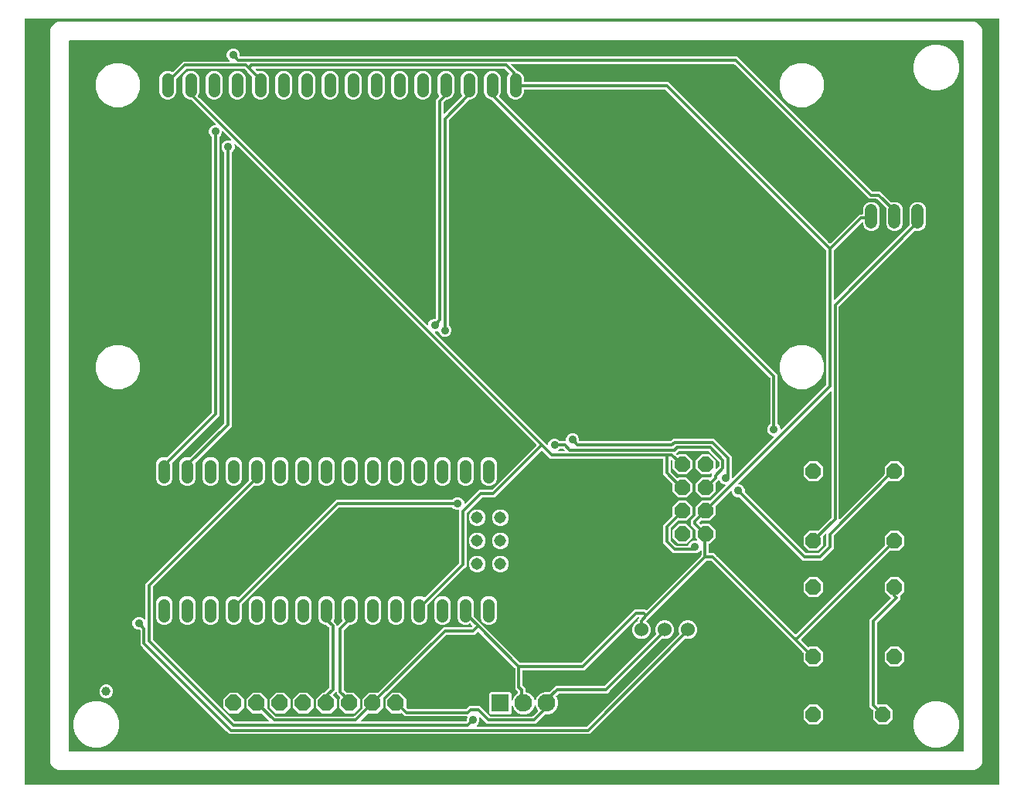
<source format=gbl>
G04 EAGLE Gerber RS-274X export*
G75*
%MOMM*%
%FSLAX34Y34*%
%LPD*%
%INBottom Copper*%
%IPPOS*%
%AMOC8*
5,1,8,0,0,1.08239X$1,22.5*%
G01*
%ADD10P,1.924489X8X112.500000*%
%ADD11P,1.814519X8X112.500000*%
%ADD12P,1.814519X8X22.500000*%
%ADD13C,1.320800*%
%ADD14C,1.524000*%
%ADD15P,1.814519X8X292.500000*%
%ADD16C,1.308000*%
%ADD17C,1.308000*%
%ADD18R,1.930400X1.930400*%
%ADD19C,1.930400*%
%ADD20C,0.304800*%
%ADD21C,0.914400*%
%ADD22C,1.006400*%

G36*
X1028720Y-26158D02*
X1028720Y-26158D01*
X1028739Y-26160D01*
X1028841Y-26138D01*
X1028943Y-26122D01*
X1028960Y-26112D01*
X1028980Y-26108D01*
X1029069Y-26055D01*
X1029160Y-26006D01*
X1029174Y-25992D01*
X1029191Y-25982D01*
X1029258Y-25903D01*
X1029330Y-25828D01*
X1029338Y-25810D01*
X1029351Y-25795D01*
X1029390Y-25699D01*
X1029433Y-25605D01*
X1029435Y-25585D01*
X1029443Y-25567D01*
X1029461Y-25400D01*
X1029461Y812800D01*
X1029458Y812820D01*
X1029460Y812839D01*
X1029438Y812941D01*
X1029422Y813043D01*
X1029412Y813060D01*
X1029408Y813080D01*
X1029355Y813169D01*
X1029306Y813260D01*
X1029292Y813274D01*
X1029282Y813291D01*
X1029203Y813358D01*
X1029128Y813430D01*
X1029110Y813438D01*
X1029095Y813451D01*
X1028999Y813490D01*
X1028905Y813533D01*
X1028885Y813535D01*
X1028867Y813543D01*
X1028700Y813561D01*
X-38100Y813561D01*
X-38120Y813558D01*
X-38139Y813560D01*
X-38241Y813538D01*
X-38343Y813522D01*
X-38360Y813512D01*
X-38380Y813508D01*
X-38469Y813455D01*
X-38560Y813406D01*
X-38574Y813392D01*
X-38591Y813382D01*
X-38658Y813303D01*
X-38730Y813228D01*
X-38738Y813210D01*
X-38751Y813195D01*
X-38790Y813099D01*
X-38833Y813005D01*
X-38835Y812985D01*
X-38843Y812967D01*
X-38861Y812800D01*
X-38861Y-25400D01*
X-38858Y-25420D01*
X-38860Y-25439D01*
X-38838Y-25541D01*
X-38822Y-25643D01*
X-38812Y-25660D01*
X-38808Y-25680D01*
X-38755Y-25769D01*
X-38706Y-25860D01*
X-38692Y-25874D01*
X-38682Y-25891D01*
X-38603Y-25958D01*
X-38528Y-26030D01*
X-38510Y-26038D01*
X-38495Y-26051D01*
X-38399Y-26090D01*
X-38305Y-26133D01*
X-38285Y-26135D01*
X-38267Y-26143D01*
X-38100Y-26161D01*
X1028700Y-26161D01*
X1028720Y-26158D01*
G37*
%LPC*%
G36*
X-2021Y-10161D02*
X-2021Y-10161D01*
X-5756Y-8614D01*
X-8614Y-5756D01*
X-10161Y-2021D01*
X-10161Y802021D01*
X-8614Y805756D01*
X-5756Y808614D01*
X-2021Y810161D01*
X1002021Y810161D01*
X1005756Y808614D01*
X1008614Y805756D01*
X1010161Y802021D01*
X1010161Y-2021D01*
X1008614Y-5756D01*
X1005756Y-8614D01*
X1002021Y-10161D01*
X-2021Y-10161D01*
G37*
%LPD*%
G36*
X989098Y10164D02*
X989098Y10164D01*
X989117Y10162D01*
X989219Y10184D01*
X989321Y10200D01*
X989338Y10210D01*
X989358Y10214D01*
X989447Y10267D01*
X989538Y10316D01*
X989552Y10330D01*
X989569Y10340D01*
X989636Y10419D01*
X989708Y10494D01*
X989716Y10512D01*
X989729Y10527D01*
X989768Y10623D01*
X989811Y10717D01*
X989813Y10737D01*
X989821Y10755D01*
X989839Y10922D01*
X989839Y789078D01*
X989836Y789098D01*
X989838Y789117D01*
X989816Y789219D01*
X989800Y789321D01*
X989790Y789338D01*
X989786Y789358D01*
X989733Y789447D01*
X989684Y789538D01*
X989670Y789552D01*
X989660Y789569D01*
X989581Y789636D01*
X989506Y789708D01*
X989488Y789716D01*
X989473Y789729D01*
X989377Y789768D01*
X989283Y789811D01*
X989263Y789813D01*
X989245Y789821D01*
X989078Y789839D01*
X10922Y789839D01*
X10902Y789836D01*
X10883Y789838D01*
X10781Y789816D01*
X10679Y789800D01*
X10662Y789790D01*
X10642Y789786D01*
X10553Y789733D01*
X10462Y789684D01*
X10448Y789670D01*
X10431Y789660D01*
X10364Y789581D01*
X10292Y789506D01*
X10284Y789488D01*
X10271Y789473D01*
X10232Y789377D01*
X10189Y789283D01*
X10187Y789263D01*
X10179Y789245D01*
X10161Y789078D01*
X10161Y10922D01*
X10164Y10902D01*
X10162Y10883D01*
X10184Y10781D01*
X10200Y10679D01*
X10210Y10662D01*
X10214Y10642D01*
X10267Y10553D01*
X10316Y10462D01*
X10330Y10448D01*
X10340Y10431D01*
X10419Y10364D01*
X10494Y10292D01*
X10512Y10284D01*
X10527Y10271D01*
X10623Y10232D01*
X10717Y10189D01*
X10737Y10187D01*
X10755Y10179D01*
X10922Y10161D01*
X989078Y10161D01*
X989098Y10164D01*
G37*
%LPC*%
G36*
X185514Y29463D02*
X185514Y29463D01*
X182910Y32067D01*
X90741Y124236D01*
X88137Y126840D01*
X88137Y143002D01*
X88134Y143022D01*
X88136Y143041D01*
X88114Y143143D01*
X88098Y143245D01*
X88088Y143262D01*
X88084Y143282D01*
X88031Y143371D01*
X87982Y143462D01*
X87968Y143476D01*
X87958Y143493D01*
X87879Y143560D01*
X87804Y143632D01*
X87786Y143640D01*
X87771Y143653D01*
X87675Y143692D01*
X87581Y143735D01*
X87561Y143737D01*
X87543Y143745D01*
X87376Y143763D01*
X85199Y143763D01*
X82585Y144846D01*
X80584Y146847D01*
X79501Y149461D01*
X79501Y152291D01*
X80584Y154905D01*
X82585Y156906D01*
X85199Y157989D01*
X88029Y157989D01*
X90643Y156906D01*
X92426Y155123D01*
X92484Y155081D01*
X92536Y155032D01*
X92583Y155010D01*
X92625Y154980D01*
X92694Y154959D01*
X92759Y154928D01*
X92811Y154923D01*
X92861Y154907D01*
X92932Y154909D01*
X93003Y154901D01*
X93054Y154912D01*
X93106Y154914D01*
X93174Y154938D01*
X93244Y154953D01*
X93289Y154980D01*
X93337Y154998D01*
X93393Y155043D01*
X93455Y155080D01*
X93489Y155119D01*
X93529Y155152D01*
X93568Y155212D01*
X93615Y155267D01*
X93634Y155315D01*
X93662Y155359D01*
X93680Y155428D01*
X93707Y155495D01*
X93715Y155566D01*
X93723Y155597D01*
X93721Y155621D01*
X93725Y155661D01*
X93725Y194470D01*
X96329Y197074D01*
X206925Y307670D01*
X206994Y307765D01*
X207063Y307858D01*
X207065Y307864D01*
X207069Y307869D01*
X207103Y307981D01*
X207139Y308092D01*
X207139Y308099D01*
X207141Y308105D01*
X207138Y308221D01*
X207137Y308338D01*
X207135Y308345D01*
X207135Y308350D01*
X207128Y308368D01*
X207090Y308499D01*
X206819Y309154D01*
X206819Y325846D01*
X208202Y329184D01*
X210756Y331738D01*
X214094Y333121D01*
X217706Y333121D01*
X221044Y331738D01*
X223598Y329184D01*
X224981Y325846D01*
X224981Y309154D01*
X223598Y305816D01*
X221044Y303262D01*
X217706Y301879D01*
X214094Y301879D01*
X213530Y302113D01*
X213416Y302139D01*
X213303Y302168D01*
X213296Y302168D01*
X213290Y302169D01*
X213174Y302158D01*
X213057Y302149D01*
X213052Y302147D01*
X213045Y302146D01*
X212938Y302098D01*
X212831Y302053D01*
X212825Y302048D01*
X212821Y302046D01*
X212807Y302033D01*
X212700Y301948D01*
X102078Y191325D01*
X102035Y191266D01*
X101994Y191223D01*
X101987Y191208D01*
X101965Y191182D01*
X101953Y191152D01*
X101934Y191126D01*
X101907Y191039D01*
X101899Y191017D01*
X101891Y191000D01*
X101890Y190997D01*
X101873Y190954D01*
X101869Y190913D01*
X101862Y190890D01*
X101863Y190858D01*
X101855Y190787D01*
X101855Y133317D01*
X101869Y133227D01*
X101877Y133136D01*
X101889Y133106D01*
X101894Y133074D01*
X101937Y132994D01*
X101973Y132910D01*
X101999Y132878D01*
X102010Y132857D01*
X102033Y132835D01*
X102078Y132779D01*
X191453Y43404D01*
X191527Y43351D01*
X191596Y43291D01*
X191626Y43279D01*
X191652Y43260D01*
X191739Y43233D01*
X191824Y43199D01*
X191865Y43195D01*
X191888Y43188D01*
X191920Y43189D01*
X191991Y43181D01*
X228633Y43181D01*
X228704Y43192D01*
X228776Y43194D01*
X228825Y43212D01*
X228876Y43220D01*
X228939Y43254D01*
X229007Y43279D01*
X229047Y43311D01*
X229093Y43336D01*
X229143Y43387D01*
X229199Y43432D01*
X229227Y43476D01*
X229263Y43514D01*
X229293Y43579D01*
X229332Y43639D01*
X229344Y43690D01*
X229366Y43737D01*
X229374Y43808D01*
X229392Y43878D01*
X229388Y43930D01*
X229393Y43981D01*
X229378Y44052D01*
X229372Y44123D01*
X229352Y44171D01*
X229341Y44222D01*
X229304Y44283D01*
X229276Y44349D01*
X229231Y44405D01*
X229215Y44433D01*
X229197Y44448D01*
X229171Y44480D01*
X221647Y52005D01*
X221631Y52016D01*
X221618Y52032D01*
X221531Y52088D01*
X221447Y52148D01*
X221428Y52154D01*
X221411Y52165D01*
X221311Y52190D01*
X221212Y52221D01*
X221192Y52220D01*
X221173Y52225D01*
X221070Y52217D01*
X220966Y52214D01*
X220947Y52207D01*
X220927Y52206D01*
X220833Y52166D01*
X220735Y52130D01*
X220719Y52117D01*
X220701Y52110D01*
X220651Y52069D01*
X211165Y52069D01*
X204469Y58765D01*
X204469Y68235D01*
X211165Y74931D01*
X220635Y74931D01*
X227331Y68235D01*
X227331Y58743D01*
X227312Y58714D01*
X227252Y58630D01*
X227246Y58611D01*
X227235Y58594D01*
X227210Y58494D01*
X227179Y58395D01*
X227180Y58375D01*
X227175Y58356D01*
X227183Y58253D01*
X227186Y58149D01*
X227193Y58130D01*
X227194Y58110D01*
X227235Y58015D01*
X227270Y57918D01*
X227283Y57902D01*
X227290Y57884D01*
X227395Y57753D01*
X236157Y48992D01*
X236231Y48939D01*
X236300Y48879D01*
X236330Y48867D01*
X236356Y48848D01*
X236443Y48821D01*
X236528Y48787D01*
X236569Y48783D01*
X236592Y48776D01*
X236624Y48777D01*
X236695Y48769D01*
X322105Y48769D01*
X322195Y48783D01*
X322286Y48791D01*
X322316Y48803D01*
X322348Y48808D01*
X322428Y48851D01*
X322512Y48887D01*
X322544Y48913D01*
X322565Y48924D01*
X322587Y48947D01*
X322643Y48992D01*
X331405Y57753D01*
X331416Y57769D01*
X331432Y57782D01*
X331488Y57869D01*
X331548Y57953D01*
X331554Y57972D01*
X331565Y57989D01*
X331590Y58089D01*
X331621Y58188D01*
X331620Y58208D01*
X331625Y58227D01*
X331617Y58330D01*
X331614Y58434D01*
X331607Y58453D01*
X331606Y58473D01*
X331566Y58567D01*
X331530Y58665D01*
X331517Y58681D01*
X331510Y58699D01*
X331469Y58749D01*
X331469Y68235D01*
X338165Y74931D01*
X347657Y74931D01*
X347686Y74912D01*
X347770Y74852D01*
X347789Y74846D01*
X347806Y74835D01*
X347906Y74810D01*
X348005Y74779D01*
X348025Y74780D01*
X348044Y74775D01*
X348147Y74783D01*
X348251Y74786D01*
X348270Y74793D01*
X348290Y74794D01*
X348384Y74834D01*
X348482Y74870D01*
X348498Y74883D01*
X348516Y74890D01*
X348647Y74995D01*
X417606Y143955D01*
X420210Y146559D01*
X450629Y146559D01*
X450719Y146573D01*
X450810Y146581D01*
X450840Y146593D01*
X450872Y146598D01*
X450952Y146641D01*
X451036Y146677D01*
X451068Y146703D01*
X451089Y146714D01*
X451111Y146737D01*
X451167Y146782D01*
X451929Y147544D01*
X451941Y147560D01*
X451957Y147572D01*
X452013Y147660D01*
X452073Y147743D01*
X452079Y147762D01*
X452090Y147779D01*
X452115Y147880D01*
X452145Y147979D01*
X452145Y147998D01*
X452150Y148018D01*
X452142Y148121D01*
X452139Y148224D01*
X452132Y148243D01*
X452130Y148263D01*
X452090Y148358D01*
X452054Y148455D01*
X452042Y148471D01*
X452034Y148489D01*
X451929Y148620D01*
X450035Y150515D01*
X449941Y150582D01*
X449846Y150653D01*
X449840Y150655D01*
X449835Y150658D01*
X449724Y150693D01*
X449612Y150729D01*
X449606Y150729D01*
X449600Y150731D01*
X449483Y150728D01*
X449366Y150727D01*
X449359Y150725D01*
X449354Y150724D01*
X449336Y150718D01*
X449205Y150680D01*
X446306Y149479D01*
X442694Y149479D01*
X439356Y150862D01*
X436802Y153416D01*
X435419Y156754D01*
X435419Y173446D01*
X436802Y176784D01*
X439356Y179338D01*
X442694Y180721D01*
X446306Y180721D01*
X449644Y179338D01*
X452198Y176784D01*
X453581Y173446D01*
X453581Y158781D01*
X453595Y158691D01*
X453603Y158600D01*
X453615Y158570D01*
X453620Y158538D01*
X453663Y158458D01*
X453699Y158374D01*
X453725Y158342D01*
X453736Y158321D01*
X453759Y158299D01*
X453804Y158243D01*
X459677Y152370D01*
X462504Y149543D01*
X504381Y107666D01*
X504455Y107613D01*
X504524Y107553D01*
X504554Y107541D01*
X504580Y107522D01*
X504667Y107495D01*
X504752Y107461D01*
X504793Y107457D01*
X504815Y107450D01*
X504848Y107451D01*
X504919Y107443D01*
X570771Y107443D01*
X570861Y107457D01*
X570952Y107465D01*
X570982Y107477D01*
X571014Y107482D01*
X571094Y107525D01*
X571178Y107561D01*
X571210Y107587D01*
X571231Y107598D01*
X571253Y107621D01*
X571309Y107666D01*
X629760Y166117D01*
X641510Y166117D01*
X642082Y165545D01*
X642098Y165533D01*
X642110Y165517D01*
X642198Y165461D01*
X642281Y165401D01*
X642300Y165395D01*
X642317Y165384D01*
X642418Y165359D01*
X642517Y165329D01*
X642536Y165329D01*
X642556Y165324D01*
X642659Y165332D01*
X642762Y165335D01*
X642781Y165342D01*
X642801Y165344D01*
X642896Y165384D01*
X642993Y165420D01*
X643009Y165432D01*
X643027Y165440D01*
X643158Y165545D01*
X702594Y224981D01*
X702647Y225055D01*
X702707Y225124D01*
X702719Y225154D01*
X702738Y225180D01*
X702765Y225267D01*
X702799Y225352D01*
X702803Y225393D01*
X702810Y225415D01*
X702809Y225448D01*
X702817Y225519D01*
X702817Y229911D01*
X702806Y229981D01*
X702804Y230053D01*
X702786Y230102D01*
X702778Y230153D01*
X702744Y230217D01*
X702719Y230284D01*
X702687Y230325D01*
X702662Y230371D01*
X702610Y230420D01*
X702566Y230476D01*
X702522Y230504D01*
X702484Y230540D01*
X702419Y230570D01*
X702359Y230609D01*
X702308Y230622D01*
X702261Y230644D01*
X702190Y230652D01*
X702120Y230669D01*
X702068Y230665D01*
X702017Y230671D01*
X701946Y230656D01*
X701875Y230650D01*
X701827Y230630D01*
X701776Y230619D01*
X701715Y230582D01*
X701649Y230554D01*
X701593Y230509D01*
X701565Y230492D01*
X701550Y230475D01*
X701518Y230449D01*
X699735Y228666D01*
X697121Y227583D01*
X694291Y227583D01*
X693818Y227779D01*
X693754Y227794D01*
X693693Y227819D01*
X693610Y227828D01*
X693578Y227835D01*
X693559Y227834D01*
X693527Y227837D01*
X671670Y227837D01*
X660907Y238600D01*
X660907Y258732D01*
X663511Y261336D01*
X670981Y268805D01*
X670993Y268822D01*
X671008Y268834D01*
X671064Y268921D01*
X671125Y269005D01*
X671130Y269024D01*
X671141Y269041D01*
X671166Y269141D01*
X671197Y269240D01*
X671196Y269260D01*
X671201Y269279D01*
X671193Y269382D01*
X671191Y269486D01*
X671184Y269505D01*
X671182Y269525D01*
X671142Y269619D01*
X671106Y269717D01*
X671094Y269733D01*
X671086Y269751D01*
X671067Y269774D01*
X671067Y278844D01*
X677466Y285243D01*
X686514Y285243D01*
X692913Y278844D01*
X692913Y269796D01*
X686514Y263397D01*
X677385Y263397D01*
X677295Y263383D01*
X677204Y263375D01*
X677174Y263363D01*
X677142Y263358D01*
X677062Y263315D01*
X676978Y263279D01*
X676946Y263253D01*
X676925Y263242D01*
X676903Y263219D01*
X676847Y263174D01*
X669260Y255587D01*
X669207Y255513D01*
X669147Y255444D01*
X669135Y255414D01*
X669116Y255388D01*
X669089Y255301D01*
X669055Y255216D01*
X669051Y255175D01*
X669044Y255152D01*
X669045Y255120D01*
X669037Y255049D01*
X669037Y242283D01*
X669051Y242193D01*
X669059Y242102D01*
X669071Y242072D01*
X669076Y242040D01*
X669119Y241960D01*
X669155Y241876D01*
X669181Y241844D01*
X669192Y241823D01*
X669215Y241801D01*
X669260Y241745D01*
X674815Y236190D01*
X674889Y236137D01*
X674958Y236077D01*
X674988Y236065D01*
X675014Y236046D01*
X675101Y236019D01*
X675186Y235985D01*
X675227Y235981D01*
X675250Y235974D01*
X675282Y235975D01*
X675353Y235967D01*
X688025Y235967D01*
X688140Y235986D01*
X688256Y236003D01*
X688262Y236005D01*
X688268Y236006D01*
X688370Y236061D01*
X688475Y236114D01*
X688480Y236119D01*
X688485Y236122D01*
X688565Y236206D01*
X688647Y236290D01*
X688651Y236296D01*
X688654Y236300D01*
X688662Y236317D01*
X688728Y236437D01*
X689676Y238725D01*
X691677Y240726D01*
X694291Y241809D01*
X697216Y241809D01*
X697287Y241820D01*
X697359Y241822D01*
X697408Y241840D01*
X697459Y241848D01*
X697522Y241882D01*
X697590Y241907D01*
X697630Y241939D01*
X697677Y241964D01*
X697726Y242016D01*
X697782Y242060D01*
X697810Y242104D01*
X697846Y242142D01*
X697876Y242207D01*
X697915Y242267D01*
X697928Y242318D01*
X697950Y242365D01*
X697957Y242436D01*
X697975Y242506D01*
X697971Y242558D01*
X697977Y242609D01*
X697961Y242680D01*
X697956Y242751D01*
X697935Y242799D01*
X697924Y242850D01*
X697888Y242911D01*
X697859Y242977D01*
X697815Y243033D01*
X697798Y243061D01*
X697780Y243076D01*
X697755Y243108D01*
X696467Y244396D01*
X696467Y253017D01*
X696453Y253107D01*
X696445Y253198D01*
X696433Y253228D01*
X696428Y253260D01*
X696385Y253340D01*
X696349Y253424D01*
X696323Y253456D01*
X696312Y253477D01*
X696289Y253499D01*
X696244Y253555D01*
X691641Y258158D01*
X691641Y264320D01*
X696254Y268932D01*
X696266Y268949D01*
X696281Y268961D01*
X696337Y269048D01*
X696398Y269132D01*
X696403Y269151D01*
X696414Y269168D01*
X696439Y269268D01*
X696470Y269367D01*
X696469Y269387D01*
X696474Y269406D01*
X696467Y269496D01*
X696467Y278844D01*
X702866Y285243D01*
X712127Y285243D01*
X712136Y285240D01*
X712156Y285241D01*
X712175Y285236D01*
X712278Y285244D01*
X712382Y285246D01*
X712401Y285253D01*
X712420Y285255D01*
X712515Y285295D01*
X712613Y285331D01*
X712628Y285343D01*
X712647Y285351D01*
X712778Y285456D01*
X729043Y301722D01*
X729085Y301780D01*
X729135Y301832D01*
X729157Y301879D01*
X729187Y301921D01*
X729208Y301990D01*
X729238Y302055D01*
X729244Y302107D01*
X729259Y302157D01*
X729257Y302228D01*
X729265Y302299D01*
X729254Y302350D01*
X729253Y302402D01*
X729228Y302470D01*
X729213Y302540D01*
X729186Y302584D01*
X729168Y302633D01*
X729124Y302689D01*
X729087Y302751D01*
X729047Y302785D01*
X729015Y302825D01*
X728954Y302864D01*
X728900Y302911D01*
X728852Y302930D01*
X728808Y302958D01*
X728738Y302976D01*
X728672Y303003D01*
X728600Y303011D01*
X728569Y303019D01*
X728546Y303017D01*
X728505Y303021D01*
X727819Y303021D01*
X725205Y304104D01*
X723204Y306105D01*
X722636Y307475D01*
X722612Y307514D01*
X722597Y307558D01*
X722548Y307618D01*
X722507Y307685D01*
X722471Y307714D01*
X722443Y307750D01*
X722377Y307792D01*
X722317Y307841D01*
X722275Y307858D01*
X722236Y307883D01*
X722160Y307902D01*
X722088Y307930D01*
X722042Y307931D01*
X721997Y307943D01*
X721920Y307937D01*
X721842Y307940D01*
X721798Y307927D01*
X721752Y307924D01*
X721681Y307893D01*
X721606Y307871D01*
X721568Y307845D01*
X721526Y307827D01*
X721419Y307742D01*
X721404Y307731D01*
X721401Y307727D01*
X721395Y307722D01*
X718536Y304863D01*
X718483Y304789D01*
X718423Y304720D01*
X718411Y304690D01*
X718392Y304664D01*
X718365Y304577D01*
X718331Y304492D01*
X718327Y304451D01*
X718320Y304429D01*
X718321Y304396D01*
X718313Y304325D01*
X718313Y295196D01*
X711914Y288797D01*
X702866Y288797D01*
X696467Y295196D01*
X696467Y304244D01*
X702866Y310643D01*
X711948Y310643D01*
X712028Y310585D01*
X712047Y310580D01*
X712064Y310569D01*
X712164Y310544D01*
X712263Y310513D01*
X712283Y310514D01*
X712302Y310509D01*
X712405Y310517D01*
X712509Y310519D01*
X712528Y310526D01*
X712547Y310528D01*
X712642Y310568D01*
X712740Y310604D01*
X712755Y310616D01*
X712774Y310624D01*
X712905Y310729D01*
X713770Y311595D01*
X713823Y311669D01*
X713883Y311738D01*
X713895Y311768D01*
X713914Y311794D01*
X713941Y311882D01*
X713975Y311966D01*
X713979Y312007D01*
X713986Y312030D01*
X713985Y312062D01*
X713993Y312133D01*
X713993Y314438D01*
X713982Y314509D01*
X713980Y314581D01*
X713962Y314630D01*
X713954Y314681D01*
X713920Y314744D01*
X713895Y314812D01*
X713863Y314852D01*
X713838Y314899D01*
X713786Y314948D01*
X713742Y315004D01*
X713698Y315032D01*
X713660Y315068D01*
X713595Y315098D01*
X713535Y315137D01*
X713484Y315150D01*
X713437Y315172D01*
X713366Y315179D01*
X713296Y315197D01*
X713244Y315193D01*
X713193Y315199D01*
X713122Y315183D01*
X713051Y315178D01*
X713003Y315157D01*
X712952Y315146D01*
X712891Y315110D01*
X712825Y315081D01*
X712769Y315037D01*
X712741Y315020D01*
X712726Y315002D01*
X712694Y314977D01*
X711914Y314197D01*
X702866Y314197D01*
X696467Y320596D01*
X696467Y329644D01*
X702866Y336043D01*
X711914Y336043D01*
X718313Y329644D01*
X718313Y320769D01*
X718324Y320698D01*
X718326Y320626D01*
X718344Y320578D01*
X718352Y320526D01*
X718386Y320463D01*
X718411Y320395D01*
X718443Y320355D01*
X718468Y320309D01*
X718520Y320259D01*
X718564Y320203D01*
X718608Y320175D01*
X718646Y320139D01*
X718711Y320109D01*
X718771Y320070D01*
X718822Y320058D01*
X718869Y320036D01*
X718940Y320028D01*
X719010Y320010D01*
X719062Y320014D01*
X719113Y320009D01*
X719184Y320024D01*
X719255Y320030D01*
X719303Y320050D01*
X719354Y320061D01*
X719415Y320098D01*
X719481Y320126D01*
X719537Y320171D01*
X719565Y320187D01*
X719580Y320205D01*
X719612Y320231D01*
X722152Y322771D01*
X722205Y322845D01*
X722265Y322914D01*
X722277Y322944D01*
X722296Y322970D01*
X722323Y323058D01*
X722357Y323142D01*
X722361Y323183D01*
X722368Y323206D01*
X722367Y323238D01*
X722375Y323309D01*
X722375Y327693D01*
X722361Y327783D01*
X722353Y327874D01*
X722341Y327904D01*
X722336Y327936D01*
X722293Y328016D01*
X722257Y328100D01*
X722231Y328132D01*
X722220Y328153D01*
X722197Y328175D01*
X722152Y328231D01*
X711009Y339374D01*
X710935Y339427D01*
X710866Y339487D01*
X710836Y339499D01*
X710810Y339518D01*
X710723Y339545D01*
X710638Y339579D01*
X710597Y339583D01*
X710574Y339590D01*
X710542Y339589D01*
X710471Y339597D01*
X678147Y339597D01*
X678057Y339583D01*
X677966Y339575D01*
X677936Y339563D01*
X677904Y339558D01*
X677824Y339515D01*
X677740Y339479D01*
X677708Y339453D01*
X677687Y339442D01*
X677665Y339419D01*
X677609Y339374D01*
X675450Y337215D01*
X675438Y337199D01*
X675422Y337187D01*
X675366Y337099D01*
X675306Y337016D01*
X675300Y336997D01*
X675289Y336980D01*
X675264Y336879D01*
X675234Y336780D01*
X675234Y336761D01*
X675229Y336741D01*
X675237Y336638D01*
X675240Y336535D01*
X675247Y336516D01*
X675249Y336496D01*
X675289Y336401D01*
X675325Y336304D01*
X675337Y336288D01*
X675345Y336270D01*
X675450Y336139D01*
X675967Y335621D01*
X675984Y335609D01*
X675996Y335594D01*
X676083Y335538D01*
X676167Y335477D01*
X676186Y335472D01*
X676203Y335461D01*
X676303Y335436D01*
X676402Y335405D01*
X676422Y335406D01*
X676441Y335401D01*
X676544Y335409D01*
X676648Y335411D01*
X676667Y335418D01*
X676687Y335420D01*
X676782Y335460D01*
X676879Y335496D01*
X676895Y335508D01*
X676913Y335516D01*
X677044Y335621D01*
X677466Y336043D01*
X686514Y336043D01*
X692913Y329644D01*
X692913Y320596D01*
X686514Y314197D01*
X677466Y314197D01*
X671067Y320596D01*
X671067Y328709D01*
X671053Y328799D01*
X671045Y328890D01*
X671033Y328920D01*
X671028Y328952D01*
X670985Y329032D01*
X670949Y329116D01*
X670923Y329149D01*
X670912Y329169D01*
X670889Y329191D01*
X670844Y329247D01*
X670336Y329755D01*
X670278Y329797D01*
X670226Y329847D01*
X670179Y329869D01*
X670137Y329899D01*
X670068Y329920D01*
X670003Y329950D01*
X669951Y329956D01*
X669901Y329971D01*
X669830Y329969D01*
X669759Y329977D01*
X669708Y329966D01*
X669656Y329965D01*
X669588Y329940D01*
X669518Y329925D01*
X669473Y329898D01*
X669425Y329880D01*
X669369Y329836D01*
X669307Y329799D01*
X669273Y329759D01*
X669233Y329727D01*
X669194Y329667D01*
X669147Y329612D01*
X669128Y329564D01*
X669100Y329520D01*
X669082Y329450D01*
X669055Y329384D01*
X669047Y329312D01*
X669039Y329281D01*
X669041Y329258D01*
X669037Y329217D01*
X669037Y317721D01*
X669051Y317631D01*
X669059Y317540D01*
X669071Y317510D01*
X669076Y317478D01*
X669119Y317398D01*
X669155Y317314D01*
X669181Y317282D01*
X669192Y317261D01*
X669215Y317239D01*
X669260Y317183D01*
X676094Y310348D01*
X676111Y310336D01*
X676123Y310321D01*
X676210Y310265D01*
X676294Y310204D01*
X676313Y310199D01*
X676330Y310188D01*
X676430Y310163D01*
X676529Y310132D01*
X676549Y310133D01*
X676568Y310128D01*
X676671Y310136D01*
X676775Y310138D01*
X676794Y310145D01*
X676814Y310147D01*
X676909Y310187D01*
X677006Y310223D01*
X677022Y310235D01*
X677040Y310243D01*
X677171Y310348D01*
X677466Y310643D01*
X686514Y310643D01*
X692913Y304244D01*
X692913Y295196D01*
X686514Y288797D01*
X677466Y288797D01*
X671067Y295196D01*
X671067Y303563D01*
X671053Y303653D01*
X671045Y303744D01*
X671033Y303774D01*
X671028Y303806D01*
X670985Y303886D01*
X670949Y303970D01*
X670923Y304002D01*
X670912Y304023D01*
X670889Y304045D01*
X670844Y304101D01*
X660907Y314038D01*
X660907Y330454D01*
X660904Y330474D01*
X660906Y330493D01*
X660884Y330595D01*
X660868Y330697D01*
X660858Y330714D01*
X660854Y330734D01*
X660801Y330823D01*
X660752Y330914D01*
X660738Y330928D01*
X660728Y330945D01*
X660649Y331012D01*
X660574Y331084D01*
X660556Y331092D01*
X660541Y331105D01*
X660445Y331144D01*
X660351Y331187D01*
X660331Y331189D01*
X660313Y331197D01*
X660146Y331215D01*
X537558Y331215D01*
X528604Y340169D01*
X528588Y340181D01*
X528576Y340197D01*
X528488Y340253D01*
X528405Y340313D01*
X528386Y340319D01*
X528369Y340330D01*
X528268Y340355D01*
X528169Y340385D01*
X528150Y340385D01*
X528130Y340390D01*
X528027Y340382D01*
X527924Y340379D01*
X527905Y340372D01*
X527885Y340370D01*
X527790Y340330D01*
X527693Y340294D01*
X527677Y340282D01*
X527659Y340274D01*
X527528Y340169D01*
X476664Y289305D01*
X463009Y289305D01*
X462919Y289291D01*
X462828Y289283D01*
X462798Y289271D01*
X462766Y289266D01*
X462686Y289223D01*
X462602Y289187D01*
X462570Y289161D01*
X462549Y289150D01*
X462527Y289127D01*
X462471Y289082D01*
X445740Y272351D01*
X445687Y272277D01*
X445627Y272208D01*
X445615Y272178D01*
X445596Y272152D01*
X445569Y272065D01*
X445535Y271980D01*
X445531Y271939D01*
X445524Y271916D01*
X445525Y271884D01*
X445517Y271813D01*
X445517Y213454D01*
X442913Y210850D01*
X403004Y170941D01*
X402951Y170867D01*
X402891Y170798D01*
X402879Y170768D01*
X402860Y170742D01*
X402833Y170655D01*
X402799Y170570D01*
X402795Y170529D01*
X402788Y170507D01*
X402789Y170474D01*
X402781Y170403D01*
X402781Y156754D01*
X401398Y153416D01*
X398844Y150862D01*
X395506Y149479D01*
X391894Y149479D01*
X388556Y150862D01*
X386002Y153416D01*
X384619Y156754D01*
X384619Y173446D01*
X386002Y176784D01*
X388556Y179338D01*
X391894Y180721D01*
X395506Y180721D01*
X398851Y179335D01*
X398852Y179335D01*
X398864Y179319D01*
X398951Y179263D01*
X399035Y179203D01*
X399054Y179197D01*
X399071Y179186D01*
X399172Y179161D01*
X399270Y179131D01*
X399290Y179131D01*
X399310Y179126D01*
X399413Y179134D01*
X399516Y179137D01*
X399535Y179144D01*
X399555Y179145D01*
X399650Y179186D01*
X399747Y179221D01*
X399763Y179234D01*
X399781Y179242D01*
X399912Y179347D01*
X437164Y216599D01*
X437217Y216673D01*
X437277Y216742D01*
X437289Y216772D01*
X437308Y216798D01*
X437335Y216885D01*
X437369Y216970D01*
X437373Y217011D01*
X437380Y217034D01*
X437379Y217066D01*
X437387Y217137D01*
X437387Y274320D01*
X437384Y274340D01*
X437386Y274359D01*
X437364Y274461D01*
X437348Y274563D01*
X437338Y274580D01*
X437334Y274600D01*
X437281Y274689D01*
X437232Y274780D01*
X437218Y274794D01*
X437208Y274811D01*
X437129Y274878D01*
X437054Y274950D01*
X437036Y274958D01*
X437021Y274971D01*
X436925Y275010D01*
X436831Y275053D01*
X436811Y275055D01*
X436793Y275063D01*
X436626Y275081D01*
X434449Y275081D01*
X431835Y276164D01*
X430093Y277906D01*
X430019Y277959D01*
X429949Y278019D01*
X429919Y278031D01*
X429893Y278050D01*
X429806Y278077D01*
X429721Y278111D01*
X429680Y278115D01*
X429658Y278122D01*
X429626Y278121D01*
X429554Y278129D01*
X306545Y278129D01*
X306455Y278115D01*
X306364Y278107D01*
X306334Y278095D01*
X306302Y278090D01*
X306222Y278047D01*
X306138Y278011D01*
X306106Y277985D01*
X306085Y277974D01*
X306063Y277951D01*
X306007Y277906D01*
X199804Y171703D01*
X199751Y171629D01*
X199691Y171560D01*
X199679Y171530D01*
X199660Y171504D01*
X199633Y171417D01*
X199599Y171332D01*
X199595Y171291D01*
X199588Y171269D01*
X199589Y171236D01*
X199581Y171165D01*
X199581Y156754D01*
X198198Y153416D01*
X195644Y150862D01*
X192306Y149479D01*
X188694Y149479D01*
X185356Y150862D01*
X182802Y153416D01*
X181419Y156754D01*
X181419Y173446D01*
X182802Y176784D01*
X185356Y179338D01*
X188694Y180721D01*
X192306Y180721D01*
X195385Y179446D01*
X195498Y179419D01*
X195612Y179390D01*
X195618Y179391D01*
X195624Y179389D01*
X195741Y179400D01*
X195857Y179410D01*
X195863Y179412D01*
X195869Y179413D01*
X195977Y179460D01*
X196083Y179506D01*
X196089Y179510D01*
X196094Y179513D01*
X196108Y179525D01*
X196214Y179611D01*
X300258Y283655D01*
X302862Y286259D01*
X429554Y286259D01*
X429645Y286273D01*
X429735Y286281D01*
X429765Y286293D01*
X429797Y286298D01*
X429878Y286341D01*
X429962Y286377D01*
X429994Y286403D01*
X430015Y286414D01*
X430037Y286437D01*
X430093Y286482D01*
X431835Y288224D01*
X434449Y289307D01*
X437279Y289307D01*
X439893Y288224D01*
X441894Y286223D01*
X442977Y283609D01*
X442977Y282923D01*
X442988Y282852D01*
X442990Y282780D01*
X443008Y282732D01*
X443016Y282680D01*
X443050Y282617D01*
X443075Y282549D01*
X443107Y282509D01*
X443132Y282463D01*
X443184Y282413D01*
X443228Y282357D01*
X443272Y282329D01*
X443310Y282293D01*
X443375Y282263D01*
X443435Y282224D01*
X443486Y282212D01*
X443533Y282190D01*
X443604Y282182D01*
X443674Y282164D01*
X443726Y282168D01*
X443777Y282163D01*
X443848Y282178D01*
X443919Y282184D01*
X443967Y282204D01*
X444018Y282215D01*
X444079Y282252D01*
X444145Y282280D01*
X444201Y282325D01*
X444229Y282341D01*
X444244Y282359D01*
X444276Y282385D01*
X456722Y294831D01*
X459326Y297435D01*
X472981Y297435D01*
X473071Y297449D01*
X473162Y297457D01*
X473192Y297469D01*
X473224Y297474D01*
X473304Y297517D01*
X473388Y297553D01*
X473420Y297579D01*
X473441Y297590D01*
X473463Y297613D01*
X473519Y297658D01*
X521779Y345918D01*
X521791Y345934D01*
X521807Y345946D01*
X521863Y346034D01*
X521923Y346117D01*
X521929Y346136D01*
X521940Y346153D01*
X521965Y346254D01*
X521995Y346353D01*
X521995Y346372D01*
X522000Y346392D01*
X521992Y346495D01*
X521989Y346598D01*
X521982Y346617D01*
X521980Y346637D01*
X521940Y346732D01*
X521904Y346829D01*
X521892Y346845D01*
X521884Y346863D01*
X521779Y346994D01*
X192464Y676310D01*
X192385Y676367D01*
X192309Y676429D01*
X192285Y676438D01*
X192264Y676454D01*
X192171Y676482D01*
X192080Y676517D01*
X192054Y676518D01*
X192029Y676526D01*
X191932Y676523D01*
X191834Y676528D01*
X191809Y676520D01*
X191783Y676520D01*
X191691Y676486D01*
X191598Y676459D01*
X191576Y676444D01*
X191552Y676435D01*
X191476Y676374D01*
X191396Y676319D01*
X191380Y676298D01*
X191360Y676281D01*
X191307Y676199D01*
X191249Y676121D01*
X191241Y676097D01*
X191227Y676075D01*
X191203Y675980D01*
X191173Y675888D01*
X191173Y675861D01*
X191167Y675836D01*
X191174Y675739D01*
X191175Y675642D01*
X191184Y675610D01*
X191186Y675591D01*
X191199Y675561D01*
X191222Y675480D01*
X191517Y674769D01*
X191517Y671939D01*
X190434Y669325D01*
X188692Y667583D01*
X188639Y667509D01*
X188579Y667439D01*
X188567Y667409D01*
X188548Y667383D01*
X188521Y667296D01*
X188487Y667211D01*
X188483Y667170D01*
X188476Y667148D01*
X188477Y667116D01*
X188469Y667044D01*
X188469Y367124D01*
X185865Y364520D01*
X148675Y327330D01*
X148606Y327235D01*
X148537Y327142D01*
X148535Y327136D01*
X148531Y327131D01*
X148497Y327019D01*
X148461Y326908D01*
X148461Y326901D01*
X148459Y326895D01*
X148462Y326779D01*
X148463Y326662D01*
X148465Y326655D01*
X148465Y326650D01*
X148472Y326632D01*
X148510Y326501D01*
X148781Y325846D01*
X148781Y309154D01*
X147398Y305816D01*
X144844Y303262D01*
X141506Y301879D01*
X137894Y301879D01*
X134556Y303262D01*
X132002Y305816D01*
X130619Y309154D01*
X130619Y325846D01*
X132002Y329184D01*
X134556Y331738D01*
X137894Y333121D01*
X141506Y333121D01*
X142070Y332887D01*
X142184Y332860D01*
X142297Y332832D01*
X142304Y332832D01*
X142310Y332831D01*
X142426Y332842D01*
X142542Y332851D01*
X142548Y332853D01*
X142554Y332854D01*
X142662Y332902D01*
X142769Y332947D01*
X142775Y332952D01*
X142779Y332954D01*
X142793Y332967D01*
X142900Y333052D01*
X180116Y370269D01*
X180169Y370343D01*
X180229Y370412D01*
X180241Y370442D01*
X180260Y370468D01*
X180287Y370555D01*
X180321Y370640D01*
X180325Y370681D01*
X180332Y370704D01*
X180331Y370736D01*
X180339Y370807D01*
X180339Y667044D01*
X180325Y667135D01*
X180317Y667225D01*
X180305Y667255D01*
X180300Y667287D01*
X180257Y667368D01*
X180221Y667452D01*
X180195Y667484D01*
X180184Y667505D01*
X180161Y667527D01*
X180116Y667583D01*
X178374Y669325D01*
X177291Y671939D01*
X177291Y674769D01*
X178374Y677383D01*
X180375Y679384D01*
X182989Y680467D01*
X185819Y680467D01*
X186530Y680172D01*
X186625Y680150D01*
X186718Y680121D01*
X186745Y680122D01*
X186770Y680116D01*
X186867Y680125D01*
X186964Y680127D01*
X186989Y680136D01*
X187015Y680139D01*
X187104Y680178D01*
X187195Y680212D01*
X187216Y680228D01*
X187240Y680239D01*
X187311Y680305D01*
X187387Y680366D01*
X187401Y680388D01*
X187421Y680405D01*
X187468Y680490D01*
X187520Y680572D01*
X187527Y680598D01*
X187539Y680621D01*
X187557Y680717D01*
X187580Y680811D01*
X187578Y680837D01*
X187583Y680863D01*
X187569Y680959D01*
X187561Y681056D01*
X187551Y681080D01*
X187547Y681106D01*
X187503Y681193D01*
X187465Y681283D01*
X187445Y681308D01*
X187436Y681325D01*
X187412Y681349D01*
X187360Y681414D01*
X178846Y689927D01*
X178788Y689969D01*
X178736Y690019D01*
X178689Y690041D01*
X178647Y690071D01*
X178578Y690092D01*
X178513Y690122D01*
X178461Y690128D01*
X178411Y690143D01*
X178340Y690141D01*
X178269Y690149D01*
X178218Y690138D01*
X178166Y690137D01*
X178098Y690112D01*
X178028Y690097D01*
X177983Y690070D01*
X177935Y690052D01*
X177879Y690008D01*
X177817Y689971D01*
X177783Y689931D01*
X177743Y689899D01*
X177704Y689838D01*
X177657Y689784D01*
X177638Y689736D01*
X177610Y689692D01*
X177592Y689622D01*
X177565Y689556D01*
X177557Y689484D01*
X177549Y689453D01*
X177551Y689430D01*
X177547Y689389D01*
X177547Y688703D01*
X176464Y686089D01*
X174722Y684347D01*
X174669Y684273D01*
X174609Y684203D01*
X174597Y684173D01*
X174578Y684147D01*
X174551Y684060D01*
X174517Y683975D01*
X174513Y683934D01*
X174506Y683912D01*
X174507Y683880D01*
X174499Y683808D01*
X174499Y378300D01*
X123349Y327151D01*
X123281Y327056D01*
X123211Y326962D01*
X123209Y326956D01*
X123206Y326951D01*
X123171Y326840D01*
X123135Y326728D01*
X123135Y326722D01*
X123133Y326716D01*
X123136Y326599D01*
X123137Y326482D01*
X123139Y326475D01*
X123140Y326470D01*
X123146Y326452D01*
X123184Y326321D01*
X123381Y325846D01*
X123381Y309154D01*
X121998Y305816D01*
X119444Y303262D01*
X116106Y301879D01*
X112494Y301879D01*
X109156Y303262D01*
X106602Y305816D01*
X105219Y309154D01*
X105219Y325846D01*
X106602Y329184D01*
X109156Y331738D01*
X112494Y333121D01*
X116106Y333121D01*
X116850Y332813D01*
X116964Y332786D01*
X117077Y332758D01*
X117083Y332758D01*
X117089Y332757D01*
X117206Y332768D01*
X117322Y332777D01*
X117328Y332779D01*
X117334Y332780D01*
X117441Y332827D01*
X117548Y332873D01*
X117554Y332878D01*
X117559Y332880D01*
X117573Y332892D01*
X117679Y332978D01*
X166146Y381445D01*
X166199Y381519D01*
X166259Y381588D01*
X166271Y381618D01*
X166290Y381644D01*
X166317Y381731D01*
X166351Y381816D01*
X166355Y381857D01*
X166362Y381880D01*
X166361Y381912D01*
X166369Y381983D01*
X166369Y683808D01*
X166355Y683899D01*
X166347Y683989D01*
X166335Y684019D01*
X166330Y684051D01*
X166287Y684132D01*
X166251Y684216D01*
X166225Y684248D01*
X166214Y684269D01*
X166191Y684291D01*
X166146Y684347D01*
X164404Y686089D01*
X163321Y688703D01*
X163321Y691533D01*
X164404Y694147D01*
X166405Y696148D01*
X169019Y697231D01*
X169705Y697231D01*
X169776Y697242D01*
X169848Y697244D01*
X169896Y697262D01*
X169948Y697270D01*
X170011Y697304D01*
X170079Y697329D01*
X170119Y697361D01*
X170165Y697386D01*
X170215Y697438D01*
X170271Y697482D01*
X170299Y697526D01*
X170335Y697564D01*
X170365Y697629D01*
X170404Y697689D01*
X170416Y697740D01*
X170438Y697787D01*
X170446Y697858D01*
X170464Y697928D01*
X170460Y697980D01*
X170465Y698031D01*
X170450Y698102D01*
X170444Y698173D01*
X170424Y698221D01*
X170413Y698272D01*
X170376Y698333D01*
X170348Y698399D01*
X170303Y698455D01*
X170287Y698483D01*
X170269Y698498D01*
X170243Y698530D01*
X143617Y725156D01*
X143543Y725209D01*
X143474Y725269D01*
X143444Y725281D01*
X143418Y725300D01*
X143331Y725327D01*
X143246Y725361D01*
X143205Y725365D01*
X143182Y725372D01*
X143150Y725371D01*
X143079Y725379D01*
X141694Y725379D01*
X138356Y726762D01*
X135802Y729316D01*
X134419Y732654D01*
X134419Y749346D01*
X135802Y752684D01*
X138356Y755238D01*
X141694Y756621D01*
X145306Y756621D01*
X148644Y755238D01*
X151198Y752684D01*
X152581Y749346D01*
X152581Y732654D01*
X151321Y729614D01*
X151295Y729500D01*
X151266Y729386D01*
X151267Y729380D01*
X151265Y729374D01*
X151276Y729257D01*
X151285Y729141D01*
X151288Y729135D01*
X151288Y729129D01*
X151336Y729022D01*
X151382Y728915D01*
X151386Y728909D01*
X151388Y728904D01*
X151401Y728891D01*
X151486Y728784D01*
X402306Y477965D01*
X402364Y477923D01*
X402416Y477873D01*
X402463Y477851D01*
X402505Y477821D01*
X402574Y477800D01*
X402639Y477770D01*
X402691Y477764D01*
X402741Y477749D01*
X402812Y477751D01*
X402883Y477743D01*
X402934Y477754D01*
X402986Y477755D01*
X403054Y477780D01*
X403124Y477795D01*
X403168Y477822D01*
X403217Y477840D01*
X403273Y477884D01*
X403335Y477921D01*
X403369Y477961D01*
X403409Y477993D01*
X403448Y478054D01*
X403495Y478108D01*
X403514Y478156D01*
X403542Y478200D01*
X403560Y478270D01*
X403587Y478336D01*
X403595Y478408D01*
X403603Y478439D01*
X403601Y478462D01*
X403605Y478503D01*
X403605Y479189D01*
X404688Y481803D01*
X406689Y483804D01*
X409303Y484887D01*
X411480Y484887D01*
X411500Y484890D01*
X411519Y484888D01*
X411621Y484910D01*
X411723Y484926D01*
X411740Y484936D01*
X411760Y484940D01*
X411849Y484993D01*
X411940Y485042D01*
X411954Y485056D01*
X411971Y485066D01*
X412038Y485145D01*
X412110Y485220D01*
X412118Y485238D01*
X412131Y485253D01*
X412170Y485349D01*
X412213Y485443D01*
X412215Y485463D01*
X412223Y485481D01*
X412241Y485648D01*
X412241Y725330D01*
X415176Y728265D01*
X415188Y728281D01*
X415204Y728294D01*
X415260Y728381D01*
X415320Y728465D01*
X415326Y728484D01*
X415337Y728501D01*
X415362Y728601D01*
X415392Y728700D01*
X415392Y728720D01*
X415397Y728739D01*
X415389Y728842D01*
X415386Y728946D01*
X415379Y728964D01*
X415378Y728984D01*
X415337Y729079D01*
X415302Y729177D01*
X415289Y729192D01*
X415281Y729211D01*
X415207Y729303D01*
X413819Y732654D01*
X413819Y749346D01*
X415202Y752684D01*
X417756Y755238D01*
X421094Y756621D01*
X424706Y756621D01*
X428044Y755238D01*
X430598Y752684D01*
X431981Y749346D01*
X431981Y732654D01*
X430598Y729316D01*
X428044Y726762D01*
X424706Y725379D01*
X424103Y725379D01*
X424013Y725365D01*
X423922Y725357D01*
X423892Y725345D01*
X423860Y725340D01*
X423780Y725297D01*
X423696Y725261D01*
X423664Y725235D01*
X423643Y725224D01*
X423621Y725201D01*
X423565Y725156D01*
X420594Y722185D01*
X420541Y722111D01*
X420481Y722042D01*
X420469Y722012D01*
X420450Y721986D01*
X420423Y721899D01*
X420389Y721814D01*
X420385Y721773D01*
X420378Y721750D01*
X420379Y721718D01*
X420371Y721647D01*
X420371Y710151D01*
X420382Y710080D01*
X420384Y710008D01*
X420402Y709960D01*
X420410Y709908D01*
X420444Y709845D01*
X420469Y709777D01*
X420501Y709737D01*
X420526Y709691D01*
X420578Y709641D01*
X420622Y709585D01*
X420666Y709557D01*
X420704Y709521D01*
X420769Y709491D01*
X420829Y709452D01*
X420880Y709440D01*
X420927Y709418D01*
X420998Y709410D01*
X421068Y709392D01*
X421120Y709396D01*
X421171Y709391D01*
X421242Y709406D01*
X421313Y709412D01*
X421361Y709432D01*
X421412Y709443D01*
X421473Y709480D01*
X421539Y709508D01*
X421595Y709553D01*
X421623Y709569D01*
X421638Y709587D01*
X421670Y709613D01*
X440468Y728411D01*
X440536Y728505D01*
X440606Y728599D01*
X440608Y728605D01*
X440612Y728610D01*
X440646Y728721D01*
X440682Y728833D01*
X440682Y728839D01*
X440684Y728845D01*
X440681Y728962D01*
X440680Y729079D01*
X440678Y729086D01*
X440678Y729091D01*
X440671Y729109D01*
X440633Y729240D01*
X439219Y732654D01*
X439219Y749346D01*
X440602Y752684D01*
X443156Y755238D01*
X446494Y756621D01*
X450106Y756621D01*
X453444Y755238D01*
X455998Y752684D01*
X457381Y749346D01*
X457381Y732654D01*
X455998Y729316D01*
X453444Y726762D01*
X450106Y725379D01*
X449249Y725379D01*
X449159Y725365D01*
X449068Y725357D01*
X449038Y725345D01*
X449006Y725340D01*
X448926Y725297D01*
X448842Y725261D01*
X448810Y725235D01*
X448789Y725224D01*
X448767Y725201D01*
X448711Y725156D01*
X426182Y702627D01*
X426129Y702553D01*
X426069Y702484D01*
X426057Y702454D01*
X426038Y702428D01*
X426011Y702341D01*
X425977Y702256D01*
X425973Y702215D01*
X425966Y702192D01*
X425967Y702160D01*
X425959Y702089D01*
X425959Y478496D01*
X425973Y478405D01*
X425981Y478315D01*
X425993Y478285D01*
X425998Y478253D01*
X426041Y478172D01*
X426077Y478088D01*
X426103Y478056D01*
X426114Y478035D01*
X426137Y478013D01*
X426182Y477957D01*
X427924Y476215D01*
X429007Y473601D01*
X429007Y470771D01*
X427924Y468157D01*
X425923Y466156D01*
X423309Y465073D01*
X420479Y465073D01*
X417865Y466156D01*
X415864Y468157D01*
X414724Y470910D01*
X414713Y470927D01*
X414708Y470947D01*
X414649Y471032D01*
X414594Y471120D01*
X414579Y471132D01*
X414567Y471149D01*
X414485Y471210D01*
X414405Y471276D01*
X414386Y471284D01*
X414370Y471295D01*
X414272Y471327D01*
X414175Y471365D01*
X414155Y471365D01*
X414136Y471372D01*
X414032Y471371D01*
X413929Y471375D01*
X413910Y471369D01*
X413890Y471369D01*
X413729Y471322D01*
X412133Y470661D01*
X411447Y470661D01*
X411376Y470650D01*
X411304Y470648D01*
X411256Y470630D01*
X411204Y470622D01*
X411141Y470588D01*
X411073Y470563D01*
X411033Y470531D01*
X410987Y470506D01*
X410937Y470454D01*
X410881Y470410D01*
X410853Y470366D01*
X410817Y470328D01*
X410787Y470263D01*
X410748Y470203D01*
X410736Y470152D01*
X410714Y470105D01*
X410706Y470034D01*
X410688Y469964D01*
X410692Y469912D01*
X410687Y469861D01*
X410702Y469790D01*
X410708Y469719D01*
X410728Y469671D01*
X410739Y469620D01*
X410776Y469559D01*
X410804Y469493D01*
X410849Y469437D01*
X410865Y469409D01*
X410883Y469394D01*
X410909Y469362D01*
X532354Y347917D01*
X533624Y346647D01*
X533682Y346605D01*
X533734Y346555D01*
X533781Y346533D01*
X533823Y346503D01*
X533892Y346482D01*
X533957Y346452D01*
X534009Y346446D01*
X534059Y346431D01*
X534130Y346433D01*
X534201Y346425D01*
X534252Y346436D01*
X534304Y346437D01*
X534372Y346462D01*
X534442Y346477D01*
X534487Y346504D01*
X534535Y346522D01*
X534591Y346566D01*
X534653Y346603D01*
X534687Y346643D01*
X534727Y346675D01*
X534766Y346736D01*
X534813Y346790D01*
X534832Y346838D01*
X534860Y346882D01*
X534878Y346952D01*
X534905Y347018D01*
X534913Y347089D01*
X534921Y347121D01*
X534919Y347144D01*
X534923Y347185D01*
X534923Y347871D01*
X536006Y350485D01*
X538007Y352486D01*
X540621Y353569D01*
X543451Y353569D01*
X546065Y352486D01*
X547807Y350744D01*
X547881Y350691D01*
X547951Y350631D01*
X547981Y350619D01*
X548007Y350600D01*
X548094Y350573D01*
X548179Y350539D01*
X548220Y350535D01*
X548242Y350528D01*
X548274Y350529D01*
X548345Y350521D01*
X553720Y350521D01*
X553740Y350524D01*
X553759Y350522D01*
X553861Y350544D01*
X553963Y350560D01*
X553980Y350570D01*
X554000Y350574D01*
X554089Y350627D01*
X554180Y350676D01*
X554194Y350690D01*
X554211Y350700D01*
X554278Y350779D01*
X554350Y350854D01*
X554358Y350872D01*
X554371Y350887D01*
X554410Y350983D01*
X554453Y351077D01*
X554455Y351097D01*
X554463Y351115D01*
X554481Y351282D01*
X554481Y353459D01*
X555564Y356073D01*
X557565Y358074D01*
X560179Y359157D01*
X563009Y359157D01*
X565623Y358074D01*
X567624Y356073D01*
X568707Y353459D01*
X568707Y351282D01*
X568710Y351262D01*
X568708Y351243D01*
X568730Y351141D01*
X568746Y351039D01*
X568756Y351022D01*
X568760Y351002D01*
X568813Y350913D01*
X568862Y350822D01*
X568876Y350808D01*
X568886Y350791D01*
X568965Y350724D01*
X569040Y350652D01*
X569058Y350644D01*
X569073Y350631D01*
X569169Y350592D01*
X569263Y350549D01*
X569283Y350547D01*
X569301Y350539D01*
X569468Y350521D01*
X668561Y350521D01*
X668651Y350535D01*
X668742Y350543D01*
X668772Y350555D01*
X668804Y350560D01*
X668884Y350603D01*
X668968Y350639D01*
X669000Y350665D01*
X669021Y350676D01*
X669043Y350699D01*
X669099Y350744D01*
X671670Y353315D01*
X716948Y353315D01*
X736093Y334170D01*
X736093Y312313D01*
X736103Y312249D01*
X736104Y312183D01*
X736127Y312103D01*
X736132Y312071D01*
X736142Y312054D01*
X736151Y312022D01*
X736347Y311549D01*
X736347Y310863D01*
X736358Y310792D01*
X736360Y310720D01*
X736378Y310671D01*
X736386Y310620D01*
X736420Y310557D01*
X736445Y310489D01*
X736477Y310449D01*
X736502Y310403D01*
X736553Y310353D01*
X736598Y310297D01*
X736642Y310269D01*
X736680Y310233D01*
X736745Y310203D01*
X736805Y310164D01*
X736856Y310152D01*
X736903Y310130D01*
X736974Y310122D01*
X737044Y310104D01*
X737096Y310108D01*
X737147Y310103D01*
X737218Y310118D01*
X737289Y310124D01*
X737337Y310144D01*
X737388Y310155D01*
X737449Y310192D01*
X737515Y310220D01*
X737571Y310265D01*
X737599Y310281D01*
X737614Y310299D01*
X737646Y310325D01*
X782129Y354808D01*
X782171Y354866D01*
X782221Y354918D01*
X782243Y354965D01*
X782273Y355007D01*
X782294Y355076D01*
X782324Y355141D01*
X782330Y355193D01*
X782345Y355243D01*
X782343Y355314D01*
X782351Y355385D01*
X782340Y355436D01*
X782339Y355488D01*
X782314Y355556D01*
X782299Y355626D01*
X782272Y355670D01*
X782254Y355719D01*
X782210Y355775D01*
X782173Y355837D01*
X782133Y355871D01*
X782101Y355911D01*
X782040Y355950D01*
X781986Y355997D01*
X781938Y356016D01*
X781894Y356044D01*
X781824Y356062D01*
X781758Y356089D01*
X781686Y356097D01*
X781655Y356105D01*
X781632Y356103D01*
X781591Y356107D01*
X780905Y356107D01*
X778291Y357190D01*
X776290Y359191D01*
X775207Y361805D01*
X775207Y364635D01*
X776290Y367249D01*
X778032Y368991D01*
X778085Y369065D01*
X778145Y369135D01*
X778157Y369165D01*
X778176Y369191D01*
X778203Y369278D01*
X778237Y369363D01*
X778241Y369404D01*
X778248Y369426D01*
X778247Y369458D01*
X778255Y369530D01*
X778255Y419895D01*
X778241Y419985D01*
X778233Y420076D01*
X778221Y420106D01*
X778216Y420138D01*
X778173Y420218D01*
X778137Y420302D01*
X778111Y420334D01*
X778100Y420355D01*
X778077Y420377D01*
X778032Y420433D01*
X473309Y725156D01*
X473235Y725209D01*
X473166Y725269D01*
X473136Y725281D01*
X473110Y725300D01*
X473023Y725327D01*
X472938Y725361D01*
X472897Y725365D01*
X472875Y725372D01*
X472842Y725371D01*
X472771Y725379D01*
X471894Y725379D01*
X468556Y726762D01*
X466002Y729316D01*
X464619Y732654D01*
X464619Y749346D01*
X466002Y752684D01*
X468556Y755238D01*
X471894Y756621D01*
X475506Y756621D01*
X478844Y755238D01*
X481398Y752684D01*
X482781Y749346D01*
X482781Y732654D01*
X481373Y729254D01*
X481364Y729217D01*
X481358Y729204D01*
X481355Y729178D01*
X481346Y729141D01*
X481317Y729027D01*
X481318Y729021D01*
X481316Y729015D01*
X481327Y728898D01*
X481337Y728782D01*
X481339Y728776D01*
X481340Y728770D01*
X481387Y728662D01*
X481433Y728556D01*
X481438Y728550D01*
X481440Y728545D01*
X481452Y728531D01*
X481538Y728425D01*
X783781Y426182D01*
X786385Y423578D01*
X786385Y369530D01*
X786399Y369439D01*
X786407Y369349D01*
X786419Y369319D01*
X786424Y369287D01*
X786467Y369206D01*
X786503Y369122D01*
X786529Y369090D01*
X786540Y369069D01*
X786563Y369047D01*
X786608Y368991D01*
X788350Y367249D01*
X789433Y364635D01*
X789433Y363949D01*
X789444Y363878D01*
X789446Y363806D01*
X789464Y363758D01*
X789472Y363706D01*
X789506Y363643D01*
X789531Y363575D01*
X789563Y363535D01*
X789588Y363489D01*
X789640Y363439D01*
X789684Y363383D01*
X789728Y363355D01*
X789766Y363319D01*
X789831Y363289D01*
X789891Y363250D01*
X789942Y363238D01*
X789989Y363216D01*
X790060Y363208D01*
X790130Y363190D01*
X790182Y363194D01*
X790233Y363189D01*
X790304Y363204D01*
X790375Y363210D01*
X790423Y363230D01*
X790474Y363241D01*
X790535Y363278D01*
X790601Y363306D01*
X790657Y363351D01*
X790685Y363367D01*
X790700Y363385D01*
X790732Y363411D01*
X839500Y412179D01*
X839553Y412253D01*
X839613Y412322D01*
X839625Y412352D01*
X839644Y412378D01*
X839671Y412465D01*
X839705Y412550D01*
X839709Y412591D01*
X839716Y412614D01*
X839715Y412646D01*
X839723Y412717D01*
X839723Y559595D01*
X839709Y559685D01*
X839701Y559776D01*
X839689Y559806D01*
X839684Y559838D01*
X839641Y559918D01*
X839605Y560002D01*
X839579Y560034D01*
X839568Y560055D01*
X839545Y560077D01*
X839500Y560133D01*
X663511Y736122D01*
X663437Y736175D01*
X663368Y736235D01*
X663338Y736247D01*
X663312Y736266D01*
X663225Y736293D01*
X663140Y736327D01*
X663099Y736331D01*
X663076Y736338D01*
X663044Y736337D01*
X662973Y736345D01*
X508942Y736345D01*
X508922Y736342D01*
X508903Y736344D01*
X508801Y736322D01*
X508699Y736306D01*
X508682Y736296D01*
X508662Y736292D01*
X508573Y736239D01*
X508482Y736190D01*
X508468Y736176D01*
X508451Y736166D01*
X508384Y736087D01*
X508312Y736012D01*
X508304Y735994D01*
X508291Y735979D01*
X508252Y735883D01*
X508209Y735789D01*
X508207Y735769D01*
X508199Y735751D01*
X508181Y735584D01*
X508181Y732654D01*
X506798Y729316D01*
X504244Y726762D01*
X500906Y725379D01*
X497294Y725379D01*
X493956Y726762D01*
X491402Y729316D01*
X490019Y732654D01*
X490019Y749346D01*
X491402Y752684D01*
X491802Y753085D01*
X491814Y753101D01*
X491830Y753113D01*
X491886Y753200D01*
X491946Y753284D01*
X491952Y753303D01*
X491963Y753320D01*
X491988Y753420D01*
X492018Y753519D01*
X492018Y753539D01*
X492023Y753559D01*
X492015Y753662D01*
X492012Y753765D01*
X492005Y753784D01*
X492004Y753804D01*
X491963Y753899D01*
X491928Y753996D01*
X491915Y754012D01*
X491907Y754030D01*
X491802Y754161D01*
X487489Y758474D01*
X487415Y758527D01*
X487346Y758587D01*
X487316Y758599D01*
X487290Y758618D01*
X487202Y758645D01*
X487118Y758679D01*
X487077Y758683D01*
X487054Y758690D01*
X487022Y758689D01*
X486951Y758697D01*
X215613Y758697D01*
X215542Y758686D01*
X215470Y758684D01*
X215422Y758666D01*
X215370Y758658D01*
X215307Y758624D01*
X215239Y758599D01*
X215199Y758567D01*
X215153Y758542D01*
X215103Y758490D01*
X215047Y758446D01*
X215019Y758402D01*
X214983Y758364D01*
X214953Y758299D01*
X214914Y758239D01*
X214902Y758188D01*
X214880Y758141D01*
X214872Y758070D01*
X214854Y758000D01*
X214858Y757948D01*
X214853Y757897D01*
X214868Y757826D01*
X214874Y757755D01*
X214894Y757707D01*
X214905Y757656D01*
X214942Y757595D01*
X214970Y757529D01*
X215015Y757473D01*
X215031Y757445D01*
X215039Y757438D01*
X215041Y757435D01*
X215052Y757425D01*
X215075Y757398D01*
X216090Y756382D01*
X216185Y756314D01*
X216279Y756244D01*
X216285Y756242D01*
X216290Y756239D01*
X216401Y756204D01*
X216513Y756168D01*
X216519Y756168D01*
X216525Y756166D01*
X216642Y756169D01*
X216759Y756171D01*
X216766Y756173D01*
X216771Y756173D01*
X216788Y756179D01*
X216920Y756217D01*
X217894Y756621D01*
X221506Y756621D01*
X224844Y755238D01*
X227398Y752684D01*
X228781Y749346D01*
X228781Y732654D01*
X227398Y729316D01*
X224844Y726762D01*
X221506Y725379D01*
X217894Y725379D01*
X214556Y726762D01*
X212002Y729316D01*
X210619Y732654D01*
X210619Y749346D01*
X210720Y749591D01*
X210747Y749704D01*
X210776Y749818D01*
X210775Y749824D01*
X210777Y749830D01*
X210766Y749946D01*
X210757Y750063D01*
X210754Y750069D01*
X210754Y750075D01*
X210706Y750182D01*
X210660Y750289D01*
X210656Y750295D01*
X210654Y750300D01*
X210641Y750313D01*
X210555Y750420D01*
X205295Y755680D01*
X202501Y758474D01*
X202427Y758527D01*
X202358Y758587D01*
X202328Y758599D01*
X202302Y758618D01*
X202215Y758645D01*
X202130Y758679D01*
X202089Y758683D01*
X202066Y758690D01*
X202034Y758689D01*
X201963Y758697D01*
X138905Y758697D01*
X138815Y758683D01*
X138724Y758675D01*
X138694Y758663D01*
X138662Y758658D01*
X138582Y758615D01*
X138498Y758579D01*
X138466Y758553D01*
X138445Y758542D01*
X138436Y758533D01*
X138435Y758533D01*
X138421Y758517D01*
X138367Y758474D01*
X127404Y747511D01*
X127351Y747437D01*
X127291Y747368D01*
X127279Y747338D01*
X127260Y747312D01*
X127233Y747225D01*
X127199Y747140D01*
X127195Y747099D01*
X127188Y747076D01*
X127189Y747044D01*
X127181Y746973D01*
X127181Y732654D01*
X125798Y729316D01*
X123244Y726762D01*
X119906Y725379D01*
X116294Y725379D01*
X112956Y726762D01*
X110402Y729316D01*
X109019Y732654D01*
X109019Y749346D01*
X110402Y752684D01*
X112956Y755238D01*
X116294Y756621D01*
X119906Y756621D01*
X123050Y755319D01*
X123163Y755292D01*
X123277Y755263D01*
X123283Y755264D01*
X123289Y755263D01*
X123406Y755274D01*
X123522Y755283D01*
X123528Y755285D01*
X123534Y755286D01*
X123642Y755333D01*
X123748Y755379D01*
X123754Y755384D01*
X123759Y755386D01*
X123773Y755398D01*
X123879Y755484D01*
X135222Y766827D01*
X185207Y766827D01*
X185277Y766838D01*
X185349Y766840D01*
X185398Y766858D01*
X185449Y766866D01*
X185513Y766900D01*
X185580Y766925D01*
X185621Y766957D01*
X185667Y766982D01*
X185716Y767034D01*
X185772Y767078D01*
X185800Y767122D01*
X185836Y767160D01*
X185866Y767225D01*
X185905Y767285D01*
X185918Y767336D01*
X185940Y767383D01*
X185948Y767454D01*
X185965Y767524D01*
X185961Y767576D01*
X185967Y767627D01*
X185952Y767698D01*
X185946Y767769D01*
X185926Y767817D01*
X185915Y767868D01*
X185878Y767929D01*
X185850Y767995D01*
X185805Y768051D01*
X185788Y768079D01*
X185771Y768094D01*
X185745Y768126D01*
X183962Y769909D01*
X182879Y772523D01*
X182879Y775353D01*
X183962Y777967D01*
X185963Y779968D01*
X188577Y781051D01*
X191407Y781051D01*
X194021Y779968D01*
X196022Y777967D01*
X197105Y775353D01*
X197105Y773176D01*
X197108Y773156D01*
X197106Y773137D01*
X197128Y773035D01*
X197144Y772933D01*
X197154Y772916D01*
X197158Y772896D01*
X197211Y772807D01*
X197260Y772716D01*
X197274Y772702D01*
X197284Y772685D01*
X197363Y772618D01*
X197438Y772546D01*
X197456Y772538D01*
X197471Y772525D01*
X197567Y772486D01*
X197661Y772443D01*
X197681Y772441D01*
X197699Y772433D01*
X197866Y772415D01*
X742094Y772415D01*
X889953Y624556D01*
X890027Y624503D01*
X890096Y624443D01*
X890126Y624431D01*
X890152Y624412D01*
X890239Y624385D01*
X890324Y624351D01*
X890365Y624347D01*
X890388Y624340D01*
X890420Y624341D01*
X890491Y624333D01*
X898558Y624333D01*
X910567Y612323D01*
X910661Y612256D01*
X910756Y612185D01*
X910762Y612183D01*
X910767Y612180D01*
X910878Y612146D01*
X910990Y612109D01*
X910996Y612109D01*
X911002Y612107D01*
X911119Y612110D01*
X911236Y612111D01*
X911243Y612114D01*
X911248Y612114D01*
X911265Y612120D01*
X911397Y612158D01*
X912581Y612649D01*
X916219Y612649D01*
X919580Y611257D01*
X922153Y608684D01*
X923545Y605323D01*
X923545Y588477D01*
X922153Y585116D01*
X919580Y582543D01*
X916219Y581151D01*
X912581Y581151D01*
X909220Y582543D01*
X906647Y585116D01*
X905255Y588477D01*
X905255Y605323D01*
X905299Y605430D01*
X905308Y605465D01*
X905311Y605471D01*
X905312Y605484D01*
X905326Y605543D01*
X905355Y605657D01*
X905354Y605663D01*
X905356Y605669D01*
X905345Y605785D01*
X905336Y605902D01*
X905333Y605908D01*
X905333Y605914D01*
X905285Y606021D01*
X905239Y606128D01*
X905235Y606134D01*
X905233Y606139D01*
X905220Y606152D01*
X905134Y606259D01*
X895413Y615980D01*
X895339Y616033D01*
X895270Y616093D01*
X895240Y616105D01*
X895214Y616124D01*
X895127Y616151D01*
X895042Y616185D01*
X895001Y616189D01*
X894978Y616196D01*
X894946Y616195D01*
X894875Y616203D01*
X886808Y616203D01*
X738949Y764062D01*
X738875Y764115D01*
X738806Y764175D01*
X738776Y764187D01*
X738750Y764206D01*
X738663Y764233D01*
X738578Y764267D01*
X738537Y764271D01*
X738514Y764278D01*
X738482Y764277D01*
X738411Y764285D01*
X495013Y764285D01*
X494942Y764274D01*
X494870Y764272D01*
X494821Y764254D01*
X494770Y764246D01*
X494707Y764212D01*
X494639Y764187D01*
X494599Y764155D01*
X494553Y764130D01*
X494503Y764079D01*
X494447Y764034D01*
X494419Y763990D01*
X494383Y763952D01*
X494353Y763887D01*
X494314Y763827D01*
X494302Y763776D01*
X494280Y763729D01*
X494272Y763658D01*
X494254Y763588D01*
X494258Y763536D01*
X494253Y763485D01*
X494268Y763414D01*
X494274Y763343D01*
X494294Y763295D01*
X494305Y763244D01*
X494342Y763183D01*
X494370Y763117D01*
X494415Y763061D01*
X494431Y763033D01*
X494449Y763018D01*
X494475Y762986D01*
X500685Y756775D01*
X500739Y756737D01*
X500785Y756691D01*
X500859Y756651D01*
X500885Y756631D01*
X500904Y756626D01*
X500932Y756610D01*
X504244Y755238D01*
X506798Y752684D01*
X508181Y749346D01*
X508181Y745236D01*
X508184Y745216D01*
X508182Y745197D01*
X508204Y745095D01*
X508220Y744993D01*
X508230Y744976D01*
X508234Y744956D01*
X508287Y744867D01*
X508336Y744776D01*
X508350Y744762D01*
X508360Y744745D01*
X508439Y744678D01*
X508514Y744606D01*
X508532Y744598D01*
X508547Y744585D01*
X508643Y744546D01*
X508737Y744503D01*
X508757Y744501D01*
X508775Y744493D01*
X508942Y744475D01*
X666656Y744475D01*
X843250Y567881D01*
X843266Y567869D01*
X843278Y567853D01*
X843366Y567797D01*
X843449Y567737D01*
X843468Y567731D01*
X843485Y567720D01*
X843586Y567695D01*
X843685Y567665D01*
X843704Y567665D01*
X843724Y567660D01*
X843827Y567668D01*
X843930Y567671D01*
X843949Y567678D01*
X843969Y567680D01*
X844064Y567720D01*
X844161Y567756D01*
X844177Y567768D01*
X844195Y567776D01*
X844326Y567881D01*
X875632Y599187D01*
X879094Y599187D01*
X879114Y599190D01*
X879133Y599188D01*
X879235Y599210D01*
X879337Y599226D01*
X879354Y599236D01*
X879374Y599240D01*
X879463Y599293D01*
X879554Y599342D01*
X879568Y599356D01*
X879585Y599366D01*
X879652Y599445D01*
X879724Y599520D01*
X879732Y599538D01*
X879745Y599553D01*
X879784Y599649D01*
X879827Y599743D01*
X879829Y599763D01*
X879837Y599781D01*
X879855Y599948D01*
X879855Y605323D01*
X881247Y608684D01*
X883820Y611257D01*
X887181Y612649D01*
X890819Y612649D01*
X894180Y611257D01*
X896753Y608684D01*
X898145Y605323D01*
X898145Y588477D01*
X896753Y585116D01*
X894180Y582543D01*
X890819Y581151D01*
X887181Y581151D01*
X883820Y582543D01*
X881247Y585116D01*
X879855Y588477D01*
X879855Y590075D01*
X879844Y590146D01*
X879842Y590218D01*
X879824Y590267D01*
X879816Y590318D01*
X879782Y590381D01*
X879757Y590449D01*
X879725Y590489D01*
X879700Y590535D01*
X879649Y590585D01*
X879604Y590641D01*
X879560Y590669D01*
X879522Y590705D01*
X879457Y590735D01*
X879397Y590774D01*
X879346Y590786D01*
X879299Y590808D01*
X879228Y590816D01*
X879158Y590834D01*
X879106Y590830D01*
X879055Y590835D01*
X878984Y590820D01*
X878913Y590814D01*
X878865Y590794D01*
X878814Y590783D01*
X878753Y590746D01*
X878687Y590718D01*
X878631Y590673D01*
X878603Y590657D01*
X878588Y590639D01*
X878556Y590613D01*
X848076Y560133D01*
X848023Y560059D01*
X847963Y559990D01*
X847951Y559960D01*
X847932Y559934D01*
X847905Y559847D01*
X847871Y559762D01*
X847867Y559721D01*
X847860Y559699D01*
X847861Y559666D01*
X847853Y559595D01*
X847853Y506189D01*
X847864Y506118D01*
X847866Y506046D01*
X847884Y505997D01*
X847892Y505946D01*
X847926Y505883D01*
X847951Y505815D01*
X847983Y505775D01*
X848008Y505729D01*
X848059Y505679D01*
X848104Y505623D01*
X848148Y505595D01*
X848186Y505559D01*
X848251Y505529D01*
X848311Y505490D01*
X848362Y505478D01*
X848409Y505456D01*
X848480Y505448D01*
X848550Y505430D01*
X848602Y505434D01*
X848653Y505429D01*
X848724Y505444D01*
X848795Y505450D01*
X848843Y505470D01*
X848894Y505481D01*
X848955Y505518D01*
X849021Y505546D01*
X849077Y505591D01*
X849105Y505607D01*
X849120Y505625D01*
X849152Y505651D01*
X930683Y587182D01*
X930751Y587276D01*
X930821Y587370D01*
X930823Y587376D01*
X930827Y587381D01*
X930861Y587493D01*
X930897Y587604D01*
X930897Y587610D01*
X930899Y587616D01*
X930896Y587733D01*
X930895Y587850D01*
X930893Y587857D01*
X930893Y587862D01*
X930886Y587880D01*
X930848Y588011D01*
X930655Y588477D01*
X930655Y605323D01*
X932047Y608684D01*
X934620Y611257D01*
X937981Y612649D01*
X941619Y612649D01*
X944980Y611257D01*
X947553Y608684D01*
X948945Y605323D01*
X948945Y588477D01*
X947553Y585116D01*
X944980Y582543D01*
X941619Y581151D01*
X937981Y581151D01*
X937156Y581493D01*
X937042Y581520D01*
X936929Y581548D01*
X936923Y581548D01*
X936916Y581549D01*
X936800Y581538D01*
X936684Y581529D01*
X936678Y581527D01*
X936672Y581526D01*
X936564Y581478D01*
X936457Y581433D01*
X936451Y581428D01*
X936447Y581426D01*
X936433Y581413D01*
X936326Y581328D01*
X853664Y498665D01*
X853611Y498591D01*
X853551Y498522D01*
X853539Y498492D01*
X853520Y498466D01*
X853493Y498379D01*
X853459Y498294D01*
X853455Y498253D01*
X853448Y498230D01*
X853449Y498198D01*
X853441Y498127D01*
X853441Y265905D01*
X853452Y265834D01*
X853454Y265762D01*
X853472Y265714D01*
X853480Y265662D01*
X853514Y265599D01*
X853539Y265531D01*
X853571Y265491D01*
X853596Y265445D01*
X853648Y265395D01*
X853692Y265339D01*
X853736Y265311D01*
X853774Y265275D01*
X853839Y265245D01*
X853899Y265206D01*
X853950Y265194D01*
X853997Y265172D01*
X854068Y265164D01*
X854138Y265146D01*
X854190Y265150D01*
X854241Y265145D01*
X854312Y265160D01*
X854383Y265166D01*
X854431Y265186D01*
X854482Y265197D01*
X854543Y265234D01*
X854609Y265262D01*
X854665Y265307D01*
X854693Y265323D01*
X854708Y265341D01*
X854740Y265367D01*
X903254Y313881D01*
X903307Y313955D01*
X903367Y314024D01*
X903379Y314054D01*
X903398Y314080D01*
X903425Y314167D01*
X903459Y314252D01*
X903463Y314293D01*
X903470Y314316D01*
X903469Y314348D01*
X903477Y314419D01*
X903477Y322024D01*
X909876Y328423D01*
X918924Y328423D01*
X925323Y322024D01*
X925323Y312976D01*
X918924Y306577D01*
X909876Y306577D01*
X909200Y307253D01*
X909184Y307265D01*
X909171Y307280D01*
X909084Y307336D01*
X909000Y307397D01*
X908981Y307402D01*
X908964Y307413D01*
X908864Y307438D01*
X908765Y307469D01*
X908745Y307468D01*
X908726Y307473D01*
X908623Y307465D01*
X908519Y307463D01*
X908500Y307456D01*
X908481Y307454D01*
X908386Y307414D01*
X908288Y307378D01*
X908273Y307366D01*
X908254Y307358D01*
X908123Y307253D01*
X848076Y247205D01*
X848023Y247131D01*
X847963Y247062D01*
X847951Y247032D01*
X847932Y247006D01*
X847905Y246919D01*
X847871Y246834D01*
X847867Y246793D01*
X847860Y246770D01*
X847861Y246738D01*
X847853Y246667D01*
X847853Y233012D01*
X834296Y219455D01*
X814164Y219455D01*
X744791Y288828D01*
X744717Y288881D01*
X744648Y288941D01*
X744618Y288953D01*
X744592Y288972D01*
X744505Y288999D01*
X744420Y289033D01*
X744379Y289037D01*
X744356Y289044D01*
X744324Y289043D01*
X744253Y289051D01*
X741789Y289051D01*
X739175Y290134D01*
X737174Y292135D01*
X736091Y294749D01*
X736091Y295435D01*
X736080Y295506D01*
X736078Y295578D01*
X736060Y295627D01*
X736052Y295678D01*
X736018Y295741D01*
X735993Y295809D01*
X735961Y295849D01*
X735936Y295895D01*
X735885Y295945D01*
X735840Y296001D01*
X735796Y296029D01*
X735758Y296065D01*
X735693Y296095D01*
X735633Y296134D01*
X735582Y296146D01*
X735535Y296168D01*
X735464Y296176D01*
X735394Y296194D01*
X735342Y296190D01*
X735291Y296195D01*
X735220Y296180D01*
X735149Y296174D01*
X735101Y296154D01*
X735050Y296143D01*
X734989Y296106D01*
X734923Y296078D01*
X734867Y296033D01*
X734839Y296017D01*
X734824Y295999D01*
X734792Y295973D01*
X718526Y279708D01*
X718514Y279691D01*
X718499Y279679D01*
X718443Y279592D01*
X718382Y279508D01*
X718377Y279489D01*
X718366Y279472D01*
X718341Y279372D01*
X718310Y279273D01*
X718311Y279253D01*
X718306Y279234D01*
X718313Y279144D01*
X718313Y269796D01*
X711914Y263397D01*
X702653Y263397D01*
X702644Y263400D01*
X702624Y263399D01*
X702605Y263404D01*
X702502Y263396D01*
X702398Y263394D01*
X702379Y263387D01*
X702360Y263385D01*
X702265Y263345D01*
X702167Y263309D01*
X702152Y263297D01*
X702133Y263289D01*
X702002Y263184D01*
X700596Y261777D01*
X700584Y261761D01*
X700568Y261749D01*
X700513Y261662D01*
X700452Y261578D01*
X700446Y261558D01*
X700435Y261542D01*
X700410Y261442D01*
X700380Y261342D01*
X700380Y261323D01*
X700375Y261303D01*
X700383Y261200D01*
X700386Y261097D01*
X700393Y261078D01*
X700395Y261058D01*
X700435Y260963D01*
X700471Y260866D01*
X700483Y260850D01*
X700491Y260832D01*
X700596Y260701D01*
X701621Y259675D01*
X701638Y259663D01*
X701650Y259648D01*
X701737Y259592D01*
X701821Y259531D01*
X701840Y259526D01*
X701857Y259515D01*
X701957Y259490D01*
X702056Y259459D01*
X702076Y259460D01*
X702095Y259455D01*
X702198Y259463D01*
X702302Y259465D01*
X702321Y259472D01*
X702341Y259474D01*
X702436Y259514D01*
X702533Y259550D01*
X702549Y259562D01*
X702567Y259570D01*
X702698Y259675D01*
X702866Y259843D01*
X711914Y259843D01*
X718313Y253444D01*
X718313Y244396D01*
X711914Y237997D01*
X711708Y237997D01*
X711688Y237994D01*
X711669Y237996D01*
X711567Y237974D01*
X711465Y237958D01*
X711448Y237948D01*
X711428Y237944D01*
X711339Y237891D01*
X711248Y237842D01*
X711234Y237828D01*
X711217Y237818D01*
X711150Y237739D01*
X711078Y237664D01*
X711070Y237646D01*
X711057Y237631D01*
X711018Y237535D01*
X710975Y237441D01*
X710973Y237421D01*
X710965Y237403D01*
X710947Y237236D01*
X710947Y228346D01*
X710950Y228326D01*
X710948Y228307D01*
X710970Y228205D01*
X710986Y228103D01*
X710996Y228086D01*
X711000Y228066D01*
X711053Y227977D01*
X711102Y227886D01*
X711116Y227872D01*
X711126Y227855D01*
X711205Y227788D01*
X711280Y227716D01*
X711298Y227708D01*
X711313Y227695D01*
X711409Y227656D01*
X711503Y227613D01*
X711523Y227611D01*
X711541Y227603D01*
X711708Y227585D01*
X716948Y227585D01*
X719552Y224981D01*
X805531Y139002D01*
X805547Y138990D01*
X805559Y138974D01*
X805647Y138918D01*
X805730Y138858D01*
X805749Y138852D01*
X805766Y138841D01*
X805867Y138816D01*
X805966Y138786D01*
X805985Y138786D01*
X806005Y138781D01*
X806108Y138789D01*
X806211Y138792D01*
X806230Y138799D01*
X806250Y138801D01*
X806345Y138841D01*
X806442Y138877D01*
X806458Y138889D01*
X806476Y138897D01*
X806607Y139002D01*
X903391Y235785D01*
X903403Y235802D01*
X903418Y235814D01*
X903474Y235901D01*
X903535Y235985D01*
X903540Y236004D01*
X903551Y236021D01*
X903576Y236121D01*
X903607Y236220D01*
X903606Y236240D01*
X903611Y236260D01*
X903603Y236363D01*
X903601Y236466D01*
X903594Y236485D01*
X903592Y236505D01*
X903552Y236600D01*
X903516Y236697D01*
X903504Y236713D01*
X903496Y236731D01*
X903477Y236754D01*
X903477Y245824D01*
X909876Y252223D01*
X918924Y252223D01*
X925323Y245824D01*
X925323Y236776D01*
X918924Y230377D01*
X909795Y230377D01*
X909705Y230363D01*
X909614Y230355D01*
X909584Y230343D01*
X909552Y230338D01*
X909472Y230295D01*
X909388Y230259D01*
X909356Y230233D01*
X909335Y230222D01*
X909313Y230199D01*
X909257Y230154D01*
X812356Y133253D01*
X812344Y133237D01*
X812328Y133225D01*
X812272Y133137D01*
X812212Y133054D01*
X812206Y133035D01*
X812195Y133018D01*
X812170Y132917D01*
X812140Y132818D01*
X812140Y132799D01*
X812135Y132779D01*
X812143Y132676D01*
X812146Y132573D01*
X812153Y132554D01*
X812155Y132534D01*
X812195Y132439D01*
X812231Y132342D01*
X812243Y132326D01*
X812251Y132308D01*
X812356Y132177D01*
X819604Y124928D01*
X819621Y124916D01*
X819633Y124901D01*
X819720Y124845D01*
X819804Y124784D01*
X819823Y124779D01*
X819840Y124768D01*
X819940Y124743D01*
X820039Y124712D01*
X820059Y124713D01*
X820078Y124708D01*
X820181Y124716D01*
X820285Y124718D01*
X820304Y124725D01*
X820324Y124727D01*
X820419Y124767D01*
X820516Y124803D01*
X820532Y124815D01*
X820550Y124823D01*
X820681Y124928D01*
X820976Y125223D01*
X830024Y125223D01*
X836423Y118824D01*
X836423Y109776D01*
X830024Y103377D01*
X820976Y103377D01*
X814577Y109776D01*
X814577Y118143D01*
X814563Y118233D01*
X814555Y118324D01*
X814543Y118354D01*
X814538Y118386D01*
X814495Y118466D01*
X814459Y118550D01*
X814433Y118582D01*
X814422Y118603D01*
X814399Y118625D01*
X814354Y118681D01*
X713803Y219232D01*
X713729Y219285D01*
X713660Y219345D01*
X713630Y219357D01*
X713604Y219376D01*
X713517Y219403D01*
X713432Y219437D01*
X713391Y219441D01*
X713368Y219448D01*
X713336Y219447D01*
X713265Y219455D01*
X708881Y219455D01*
X708791Y219441D01*
X708700Y219433D01*
X708670Y219421D01*
X708638Y219416D01*
X708558Y219373D01*
X708474Y219337D01*
X708442Y219311D01*
X708421Y219300D01*
X708399Y219277D01*
X708343Y219232D01*
X646908Y157797D01*
X644081Y154970D01*
X642783Y153672D01*
X642756Y153635D01*
X642722Y153604D01*
X642684Y153536D01*
X642639Y153472D01*
X642626Y153429D01*
X642603Y153388D01*
X642590Y153312D01*
X642567Y153237D01*
X642568Y153191D01*
X642560Y153146D01*
X642571Y153069D01*
X642573Y152991D01*
X642589Y152948D01*
X642595Y152903D01*
X642631Y152834D01*
X642657Y152760D01*
X642686Y152725D01*
X642707Y152684D01*
X642762Y152629D01*
X642811Y152568D01*
X642850Y152544D01*
X642883Y152511D01*
X642996Y152449D01*
X645862Y149583D01*
X647409Y145849D01*
X647409Y141806D01*
X645862Y138072D01*
X643004Y135214D01*
X639269Y133667D01*
X635227Y133667D01*
X631492Y135214D01*
X628634Y138072D01*
X627087Y141806D01*
X627087Y145849D01*
X628634Y149583D01*
X631492Y152441D01*
X632497Y152858D01*
X632597Y152919D01*
X632697Y152979D01*
X632701Y152984D01*
X632706Y152987D01*
X632781Y153077D01*
X632857Y153166D01*
X632859Y153172D01*
X632863Y153177D01*
X632905Y153285D01*
X632949Y153394D01*
X632950Y153402D01*
X632951Y153406D01*
X632952Y153425D01*
X632967Y153561D01*
X632967Y155354D01*
X634301Y156688D01*
X634343Y156746D01*
X634393Y156798D01*
X634415Y156845D01*
X634445Y156887D01*
X634466Y156956D01*
X634496Y157021D01*
X634502Y157073D01*
X634517Y157123D01*
X634515Y157194D01*
X634523Y157265D01*
X634512Y157316D01*
X634511Y157368D01*
X634486Y157436D01*
X634471Y157506D01*
X634444Y157551D01*
X634426Y157599D01*
X634382Y157655D01*
X634345Y157717D01*
X634305Y157751D01*
X634273Y157791D01*
X634212Y157830D01*
X634158Y157877D01*
X634110Y157896D01*
X634066Y157924D01*
X633996Y157942D01*
X633930Y157969D01*
X633858Y157977D01*
X633827Y157985D01*
X633804Y157983D01*
X633763Y157987D01*
X633443Y157987D01*
X633353Y157973D01*
X633262Y157965D01*
X633232Y157953D01*
X633200Y157948D01*
X633120Y157905D01*
X633036Y157869D01*
X633004Y157843D01*
X632983Y157832D01*
X632961Y157809D01*
X632905Y157764D01*
X574454Y99313D01*
X507746Y99313D01*
X507726Y99310D01*
X507707Y99312D01*
X507605Y99290D01*
X507503Y99274D01*
X507486Y99264D01*
X507466Y99260D01*
X507377Y99207D01*
X507286Y99158D01*
X507272Y99144D01*
X507255Y99134D01*
X507188Y99055D01*
X507116Y98980D01*
X507108Y98962D01*
X507095Y98947D01*
X507056Y98851D01*
X507013Y98757D01*
X507011Y98737D01*
X507003Y98719D01*
X506985Y98552D01*
X506985Y83025D01*
X506999Y82935D01*
X507007Y82844D01*
X507019Y82814D01*
X507024Y82782D01*
X507067Y82702D01*
X507103Y82618D01*
X507129Y82586D01*
X507140Y82565D01*
X507163Y82543D01*
X507208Y82487D01*
X509779Y79916D01*
X509779Y76454D01*
X509782Y76434D01*
X509780Y76415D01*
X509802Y76313D01*
X509818Y76211D01*
X509828Y76194D01*
X509832Y76174D01*
X509885Y76085D01*
X509934Y75994D01*
X509948Y75980D01*
X509958Y75963D01*
X510037Y75896D01*
X510112Y75824D01*
X510130Y75816D01*
X510145Y75803D01*
X510241Y75764D01*
X510335Y75721D01*
X510355Y75719D01*
X510373Y75711D01*
X510383Y75710D01*
X514907Y73836D01*
X518336Y70407D01*
X519997Y66399D01*
X520034Y66338D01*
X520064Y66272D01*
X520099Y66234D01*
X520126Y66189D01*
X520181Y66144D01*
X520230Y66091D01*
X520276Y66066D01*
X520316Y66033D01*
X520383Y66007D01*
X520446Y65972D01*
X520497Y65963D01*
X520545Y65944D01*
X520617Y65941D01*
X520688Y65929D01*
X520739Y65936D01*
X520791Y65934D01*
X520860Y65954D01*
X520931Y65964D01*
X520977Y65988D01*
X521027Y66003D01*
X521086Y66043D01*
X521150Y66076D01*
X521187Y66113D01*
X521229Y66143D01*
X521272Y66200D01*
X521322Y66252D01*
X521357Y66314D01*
X521376Y66340D01*
X521383Y66362D01*
X521403Y66399D01*
X523064Y70407D01*
X526493Y73836D01*
X530975Y75693D01*
X535825Y75693D01*
X535862Y75677D01*
X535975Y75651D01*
X536089Y75622D01*
X536096Y75623D01*
X536102Y75621D01*
X536218Y75632D01*
X536335Y75641D01*
X536340Y75644D01*
X536347Y75644D01*
X536454Y75692D01*
X536561Y75738D01*
X536567Y75742D01*
X536571Y75744D01*
X536585Y75757D01*
X536692Y75842D01*
X543146Y82297D01*
X595917Y82297D01*
X596007Y82311D01*
X596098Y82319D01*
X596128Y82331D01*
X596160Y82336D01*
X596240Y82379D01*
X596324Y82415D01*
X596356Y82441D01*
X596377Y82452D01*
X596399Y82475D01*
X596455Y82520D01*
X653081Y139145D01*
X653148Y139239D01*
X653219Y139334D01*
X653221Y139340D01*
X653224Y139345D01*
X653258Y139456D01*
X653295Y139568D01*
X653295Y139574D01*
X653297Y139580D01*
X653294Y139697D01*
X653293Y139814D01*
X653290Y139821D01*
X653290Y139826D01*
X653284Y139843D01*
X653246Y139975D01*
X652487Y141806D01*
X652487Y145849D01*
X654034Y149583D01*
X656892Y152441D01*
X660627Y153988D01*
X664669Y153988D01*
X668404Y152441D01*
X671262Y149583D01*
X672809Y145849D01*
X672809Y141806D01*
X671262Y138072D01*
X668404Y135214D01*
X664669Y133667D01*
X660627Y133667D01*
X660017Y133920D01*
X659903Y133946D01*
X659789Y133975D01*
X659783Y133974D01*
X659777Y133976D01*
X659661Y133965D01*
X659544Y133956D01*
X659538Y133953D01*
X659532Y133953D01*
X659425Y133905D01*
X659318Y133859D01*
X659312Y133855D01*
X659307Y133853D01*
X659294Y133840D01*
X659187Y133755D01*
X602204Y76771D01*
X599600Y74167D01*
X546829Y74167D01*
X546739Y74153D01*
X546648Y74145D01*
X546618Y74133D01*
X546586Y74128D01*
X546506Y74085D01*
X546422Y74049D01*
X546390Y74023D01*
X546369Y74012D01*
X546347Y73989D01*
X546291Y73944D01*
X543783Y71437D01*
X543771Y71420D01*
X543756Y71408D01*
X543700Y71321D01*
X543640Y71237D01*
X543634Y71218D01*
X543623Y71201D01*
X543598Y71101D01*
X543567Y71002D01*
X543568Y70982D01*
X543563Y70962D01*
X543571Y70859D01*
X543574Y70756D01*
X543580Y70737D01*
X543582Y70717D01*
X543622Y70622D01*
X543658Y70525D01*
X543670Y70509D01*
X543678Y70491D01*
X543727Y70431D01*
X545593Y65925D01*
X545593Y61075D01*
X543736Y56593D01*
X540307Y53164D01*
X535825Y51307D01*
X532351Y51307D01*
X532261Y51293D01*
X532170Y51285D01*
X532140Y51273D01*
X532108Y51268D01*
X532028Y51225D01*
X531944Y51189D01*
X531912Y51163D01*
X531891Y51152D01*
X531869Y51129D01*
X531813Y51084D01*
X521368Y40639D01*
X467708Y40639D01*
X465104Y43243D01*
X460688Y47660D01*
X460608Y47717D01*
X460533Y47779D01*
X460509Y47788D01*
X460488Y47804D01*
X460395Y47832D01*
X460304Y47867D01*
X460278Y47868D01*
X460253Y47876D01*
X460155Y47873D01*
X460058Y47878D01*
X460033Y47870D01*
X460007Y47870D01*
X459915Y47836D01*
X459822Y47809D01*
X459800Y47794D01*
X459776Y47785D01*
X459700Y47724D01*
X459620Y47669D01*
X459604Y47648D01*
X459584Y47631D01*
X459531Y47550D01*
X459473Y47471D01*
X459465Y47447D01*
X459451Y47425D01*
X459427Y47330D01*
X459397Y47238D01*
X459397Y47211D01*
X459391Y47186D01*
X459398Y47089D01*
X459399Y46992D01*
X459408Y46960D01*
X459410Y46941D01*
X459423Y46911D01*
X459446Y46831D01*
X459741Y46119D01*
X459741Y43289D01*
X458658Y40675D01*
X456875Y38892D01*
X456833Y38834D01*
X456784Y38782D01*
X456762Y38735D01*
X456732Y38693D01*
X456711Y38624D01*
X456680Y38559D01*
X456675Y38507D01*
X456659Y38457D01*
X456661Y38386D01*
X456653Y38315D01*
X456664Y38264D01*
X456666Y38212D01*
X456690Y38144D01*
X456705Y38074D01*
X456732Y38029D01*
X456750Y37981D01*
X456795Y37925D01*
X456832Y37863D01*
X456871Y37829D01*
X456904Y37789D01*
X456964Y37750D01*
X457019Y37703D01*
X457067Y37684D01*
X457111Y37656D01*
X457180Y37638D01*
X457247Y37611D01*
X457318Y37603D01*
X457349Y37595D01*
X457373Y37597D01*
X457413Y37593D01*
X576359Y37593D01*
X576449Y37607D01*
X576540Y37615D01*
X576570Y37627D01*
X576602Y37632D01*
X576682Y37675D01*
X576766Y37711D01*
X576798Y37737D01*
X576819Y37748D01*
X576841Y37771D01*
X576897Y37816D01*
X678406Y139325D01*
X678475Y139420D01*
X678544Y139514D01*
X678546Y139520D01*
X678550Y139525D01*
X678584Y139636D01*
X678621Y139747D01*
X678621Y139754D01*
X678622Y139760D01*
X678619Y139876D01*
X678618Y139993D01*
X678616Y140001D01*
X678616Y140006D01*
X678610Y140023D01*
X678571Y140154D01*
X677887Y141806D01*
X677887Y145849D01*
X679434Y149583D01*
X682292Y152441D01*
X686027Y153988D01*
X690069Y153988D01*
X693804Y152441D01*
X696662Y149583D01*
X698209Y145849D01*
X698209Y141806D01*
X696662Y138072D01*
X693804Y135214D01*
X690069Y133667D01*
X686027Y133667D01*
X685237Y133994D01*
X685124Y134020D01*
X685010Y134049D01*
X685004Y134049D01*
X684997Y134050D01*
X684881Y134039D01*
X684765Y134030D01*
X684759Y134028D01*
X684753Y134027D01*
X684645Y133979D01*
X684538Y133934D01*
X684533Y133929D01*
X684528Y133927D01*
X684514Y133914D01*
X684407Y133829D01*
X580042Y29463D01*
X185514Y29463D01*
G37*
%LPD*%
G36*
X830703Y227599D02*
X830703Y227599D01*
X830794Y227607D01*
X830824Y227619D01*
X830856Y227624D01*
X830936Y227667D01*
X831020Y227703D01*
X831052Y227729D01*
X831073Y227740D01*
X831095Y227763D01*
X831151Y227808D01*
X839500Y236157D01*
X839553Y236231D01*
X839613Y236300D01*
X839625Y236330D01*
X839644Y236356D01*
X839671Y236443D01*
X839705Y236528D01*
X839709Y236569D01*
X839716Y236592D01*
X839715Y236624D01*
X839723Y236695D01*
X839723Y248191D01*
X839712Y248262D01*
X839710Y248334D01*
X839692Y248383D01*
X839684Y248434D01*
X839650Y248497D01*
X839625Y248565D01*
X839593Y248605D01*
X839568Y248651D01*
X839517Y248701D01*
X839472Y248757D01*
X839428Y248785D01*
X839390Y248821D01*
X839325Y248851D01*
X839265Y248890D01*
X839214Y248902D01*
X839167Y248924D01*
X839096Y248932D01*
X839026Y248950D01*
X838974Y248946D01*
X838923Y248951D01*
X838852Y248936D01*
X838781Y248930D01*
X838733Y248910D01*
X838682Y248899D01*
X838621Y248862D01*
X838555Y248834D01*
X838499Y248789D01*
X838471Y248773D01*
X838456Y248755D01*
X838424Y248729D01*
X836509Y246815D01*
X836497Y246798D01*
X836482Y246786D01*
X836426Y246699D01*
X836365Y246615D01*
X836360Y246596D01*
X836349Y246579D01*
X836324Y246479D01*
X836293Y246380D01*
X836294Y246360D01*
X836289Y246341D01*
X836297Y246238D01*
X836299Y246134D01*
X836306Y246115D01*
X836308Y246095D01*
X836348Y246001D01*
X836384Y245903D01*
X836396Y245887D01*
X836404Y245869D01*
X836423Y245846D01*
X836423Y236776D01*
X830024Y230377D01*
X820976Y230377D01*
X814577Y236776D01*
X814577Y245824D01*
X820976Y252223D01*
X830105Y252223D01*
X830195Y252237D01*
X830286Y252245D01*
X830316Y252257D01*
X830348Y252262D01*
X830428Y252305D01*
X830512Y252341D01*
X830544Y252367D01*
X830565Y252378D01*
X830587Y252401D01*
X830643Y252446D01*
X845088Y266891D01*
X845141Y266965D01*
X845201Y267034D01*
X845213Y267064D01*
X845232Y267090D01*
X845259Y267177D01*
X845293Y267262D01*
X845297Y267303D01*
X845304Y267326D01*
X845303Y267358D01*
X845311Y267429D01*
X845311Y404655D01*
X845300Y404726D01*
X845298Y404798D01*
X845280Y404847D01*
X845272Y404898D01*
X845238Y404961D01*
X845213Y405029D01*
X845181Y405069D01*
X845156Y405115D01*
X845105Y405165D01*
X845060Y405221D01*
X845016Y405249D01*
X844978Y405285D01*
X844913Y405315D01*
X844853Y405354D01*
X844802Y405366D01*
X844755Y405388D01*
X844684Y405396D01*
X844614Y405414D01*
X844562Y405410D01*
X844511Y405415D01*
X844440Y405400D01*
X844369Y405394D01*
X844321Y405374D01*
X844270Y405363D01*
X844209Y405326D01*
X844143Y405298D01*
X844087Y405253D01*
X844059Y405237D01*
X844044Y405219D01*
X844012Y405193D01*
X743395Y304576D01*
X743353Y304518D01*
X743303Y304466D01*
X743281Y304419D01*
X743251Y304377D01*
X743230Y304308D01*
X743200Y304243D01*
X743194Y304191D01*
X743179Y304141D01*
X743181Y304070D01*
X743173Y303999D01*
X743184Y303948D01*
X743185Y303896D01*
X743210Y303828D01*
X743225Y303758D01*
X743252Y303714D01*
X743270Y303665D01*
X743314Y303609D01*
X743351Y303547D01*
X743391Y303513D01*
X743423Y303473D01*
X743484Y303434D01*
X743538Y303387D01*
X743586Y303368D01*
X743630Y303340D01*
X743700Y303322D01*
X743766Y303295D01*
X743838Y303287D01*
X743869Y303279D01*
X743892Y303281D01*
X743933Y303277D01*
X744619Y303277D01*
X747233Y302194D01*
X749234Y300193D01*
X750317Y297579D01*
X750317Y295115D01*
X750331Y295025D01*
X750339Y294934D01*
X750351Y294904D01*
X750356Y294872D01*
X750399Y294792D01*
X750435Y294708D01*
X750461Y294676D01*
X750472Y294655D01*
X750495Y294633D01*
X750540Y294577D01*
X817309Y227808D01*
X817383Y227755D01*
X817452Y227695D01*
X817482Y227683D01*
X817508Y227664D01*
X817595Y227637D01*
X817680Y227603D01*
X817721Y227599D01*
X817744Y227592D01*
X817776Y227593D01*
X817847Y227585D01*
X830613Y227585D01*
X830703Y227599D01*
G37*
G36*
X444774Y43184D02*
X444774Y43184D01*
X444793Y43182D01*
X444895Y43204D01*
X444997Y43220D01*
X445014Y43230D01*
X445034Y43234D01*
X445123Y43287D01*
X445214Y43336D01*
X445228Y43350D01*
X445245Y43360D01*
X445312Y43439D01*
X445384Y43514D01*
X445392Y43532D01*
X445405Y43547D01*
X445444Y43643D01*
X445487Y43737D01*
X445489Y43757D01*
X445497Y43775D01*
X445515Y43942D01*
X445515Y46119D01*
X446282Y47969D01*
X446292Y48013D01*
X446311Y48055D01*
X446320Y48132D01*
X446338Y48208D01*
X446333Y48254D01*
X446338Y48299D01*
X446322Y48376D01*
X446315Y48453D01*
X446296Y48495D01*
X446286Y48540D01*
X446246Y48607D01*
X446215Y48678D01*
X446184Y48712D01*
X446160Y48751D01*
X446101Y48802D01*
X446048Y48859D01*
X446008Y48881D01*
X445973Y48911D01*
X445901Y48940D01*
X445833Y48977D01*
X445788Y48986D01*
X445745Y49003D01*
X445609Y49018D01*
X445591Y49021D01*
X445586Y49020D01*
X445578Y49021D01*
X378300Y49021D01*
X375696Y51625D01*
X374682Y52640D01*
X374666Y52651D01*
X374653Y52667D01*
X374566Y52723D01*
X374482Y52783D01*
X374463Y52789D01*
X374446Y52800D01*
X374346Y52825D01*
X374247Y52856D01*
X374227Y52855D01*
X374208Y52860D01*
X374105Y52852D01*
X374001Y52849D01*
X373982Y52842D01*
X373963Y52841D01*
X373868Y52801D01*
X373770Y52765D01*
X373754Y52752D01*
X373736Y52745D01*
X373605Y52640D01*
X373035Y52069D01*
X363565Y52069D01*
X356869Y58765D01*
X356869Y68235D01*
X363565Y74931D01*
X373035Y74931D01*
X379731Y68235D01*
X379731Y59403D01*
X379745Y59313D01*
X379753Y59222D01*
X379765Y59192D01*
X379770Y59160D01*
X379813Y59080D01*
X379849Y58996D01*
X379875Y58964D01*
X379886Y58943D01*
X379909Y58921D01*
X379954Y58865D01*
X381445Y57374D01*
X381519Y57321D01*
X381588Y57261D01*
X381618Y57249D01*
X381644Y57230D01*
X381731Y57203D01*
X381816Y57169D01*
X381857Y57165D01*
X381880Y57158D01*
X381912Y57159D01*
X381983Y57151D01*
X445041Y57151D01*
X445131Y57165D01*
X445222Y57173D01*
X445252Y57185D01*
X445284Y57190D01*
X445364Y57233D01*
X445448Y57269D01*
X445480Y57295D01*
X445501Y57306D01*
X445523Y57329D01*
X445579Y57374D01*
X448150Y59945D01*
X459900Y59945D01*
X470853Y48992D01*
X470927Y48939D01*
X470996Y48879D01*
X471026Y48867D01*
X471052Y48848D01*
X471139Y48821D01*
X471224Y48787D01*
X471265Y48783D01*
X471288Y48776D01*
X471320Y48777D01*
X471391Y48769D01*
X517685Y48769D01*
X517775Y48783D01*
X517866Y48791D01*
X517896Y48803D01*
X517928Y48808D01*
X518008Y48851D01*
X518092Y48887D01*
X518124Y48913D01*
X518145Y48924D01*
X518167Y48947D01*
X518223Y48992D01*
X523906Y54674D01*
X523918Y54691D01*
X523933Y54703D01*
X523989Y54790D01*
X524049Y54874D01*
X524055Y54893D01*
X524066Y54910D01*
X524091Y55010D01*
X524122Y55109D01*
X524121Y55129D01*
X524126Y55148D01*
X524118Y55251D01*
X524115Y55355D01*
X524109Y55374D01*
X524107Y55394D01*
X524067Y55488D01*
X524031Y55586D01*
X524019Y55602D01*
X524011Y55620D01*
X523906Y55751D01*
X523064Y56593D01*
X521403Y60601D01*
X521365Y60662D01*
X521336Y60728D01*
X521301Y60766D01*
X521274Y60811D01*
X521218Y60856D01*
X521170Y60909D01*
X521124Y60934D01*
X521084Y60967D01*
X521017Y60993D01*
X520954Y61028D01*
X520903Y61037D01*
X520855Y61056D01*
X520783Y61059D01*
X520712Y61071D01*
X520661Y61064D01*
X520609Y61066D01*
X520540Y61046D01*
X520469Y61036D01*
X520423Y61012D01*
X520373Y60997D01*
X520314Y60957D01*
X520250Y60924D01*
X520213Y60887D01*
X520171Y60857D01*
X520128Y60800D01*
X520078Y60748D01*
X520043Y60686D01*
X520024Y60660D01*
X520017Y60638D01*
X519997Y60601D01*
X518336Y56593D01*
X514907Y53164D01*
X510425Y51307D01*
X505575Y51307D01*
X501093Y53164D01*
X497664Y56593D01*
X496257Y59988D01*
X496206Y60071D01*
X496160Y60157D01*
X496142Y60175D01*
X496128Y60197D01*
X496052Y60260D01*
X495982Y60327D01*
X495958Y60338D01*
X495938Y60354D01*
X495847Y60389D01*
X495759Y60430D01*
X495733Y60433D01*
X495709Y60442D01*
X495611Y60447D01*
X495515Y60457D01*
X495489Y60452D01*
X495463Y60453D01*
X495369Y60426D01*
X495274Y60405D01*
X495252Y60392D01*
X495227Y60384D01*
X495147Y60329D01*
X495063Y60279D01*
X495046Y60259D01*
X495025Y60244D01*
X494966Y60166D01*
X494903Y60092D01*
X494893Y60068D01*
X494878Y60047D01*
X494848Y59954D01*
X494811Y59864D01*
X494808Y59831D01*
X494802Y59813D01*
X494802Y59780D01*
X494793Y59697D01*
X494793Y52796D01*
X493304Y51307D01*
X471896Y51307D01*
X470407Y52796D01*
X470407Y74204D01*
X471896Y75693D01*
X493304Y75693D01*
X494793Y74204D01*
X494793Y67303D01*
X494808Y67207D01*
X494818Y67110D01*
X494828Y67086D01*
X494832Y67060D01*
X494878Y66974D01*
X494918Y66885D01*
X494935Y66866D01*
X494948Y66843D01*
X495018Y66776D01*
X495084Y66704D01*
X495107Y66692D01*
X495126Y66673D01*
X495214Y66632D01*
X495300Y66586D01*
X495325Y66581D01*
X495349Y66570D01*
X495446Y66559D01*
X495542Y66542D01*
X495568Y66546D01*
X495593Y66543D01*
X495689Y66563D01*
X495785Y66578D01*
X495808Y66589D01*
X495834Y66595D01*
X495917Y66645D01*
X496004Y66689D01*
X496023Y66708D01*
X496045Y66721D01*
X496108Y66795D01*
X496176Y66865D01*
X496192Y66893D01*
X496205Y66908D01*
X496217Y66939D01*
X496257Y67012D01*
X497664Y70407D01*
X501093Y73836D01*
X501179Y73872D01*
X501279Y73934D01*
X501379Y73994D01*
X501383Y73998D01*
X501388Y74002D01*
X501463Y74092D01*
X501539Y74181D01*
X501541Y74186D01*
X501545Y74191D01*
X501587Y74300D01*
X501631Y74409D01*
X501632Y74416D01*
X501633Y74421D01*
X501634Y74439D01*
X501649Y74575D01*
X501649Y76233D01*
X501635Y76323D01*
X501627Y76414D01*
X501615Y76444D01*
X501610Y76476D01*
X501567Y76556D01*
X501531Y76640D01*
X501505Y76672D01*
X501494Y76693D01*
X501471Y76715D01*
X501426Y76771D01*
X498855Y79342D01*
X498855Y101379D01*
X498841Y101469D01*
X498833Y101560D01*
X498821Y101590D01*
X498816Y101622D01*
X498773Y101702D01*
X498737Y101786D01*
X498711Y101818D01*
X498700Y101839D01*
X498677Y101861D01*
X498632Y101917D01*
X458754Y141795D01*
X458738Y141807D01*
X458726Y141823D01*
X458638Y141879D01*
X458555Y141939D01*
X458536Y141945D01*
X458519Y141956D01*
X458418Y141981D01*
X458319Y142011D01*
X458300Y142011D01*
X458280Y142016D01*
X458177Y142008D01*
X458074Y142005D01*
X458055Y141998D01*
X458035Y141996D01*
X457940Y141956D01*
X457843Y141920D01*
X457827Y141908D01*
X457809Y141900D01*
X457678Y141795D01*
X454312Y138429D01*
X423893Y138429D01*
X423803Y138415D01*
X423712Y138407D01*
X423682Y138395D01*
X423650Y138390D01*
X423570Y138347D01*
X423486Y138311D01*
X423454Y138285D01*
X423433Y138274D01*
X423411Y138251D01*
X423355Y138206D01*
X354395Y69247D01*
X354384Y69231D01*
X354368Y69218D01*
X354312Y69131D01*
X354252Y69047D01*
X354246Y69028D01*
X354235Y69011D01*
X354210Y68911D01*
X354179Y68812D01*
X354180Y68792D01*
X354175Y68773D01*
X354183Y68670D01*
X354186Y68566D01*
X354193Y68547D01*
X354194Y68527D01*
X354235Y68432D01*
X354270Y68335D01*
X354283Y68319D01*
X354290Y68301D01*
X354331Y68251D01*
X354331Y58765D01*
X347635Y52069D01*
X338143Y52069D01*
X338114Y52088D01*
X338030Y52148D01*
X338011Y52154D01*
X337994Y52165D01*
X337894Y52190D01*
X337795Y52221D01*
X337775Y52220D01*
X337756Y52225D01*
X337653Y52217D01*
X337549Y52214D01*
X337530Y52207D01*
X337510Y52206D01*
X337416Y52166D01*
X337318Y52130D01*
X337302Y52117D01*
X337284Y52110D01*
X337153Y52005D01*
X329629Y44480D01*
X329587Y44422D01*
X329537Y44370D01*
X329515Y44323D01*
X329485Y44281D01*
X329464Y44212D01*
X329434Y44147D01*
X329428Y44095D01*
X329413Y44045D01*
X329415Y43974D01*
X329407Y43903D01*
X329418Y43852D01*
X329419Y43800D01*
X329444Y43732D01*
X329459Y43662D01*
X329486Y43618D01*
X329504Y43569D01*
X329548Y43513D01*
X329585Y43451D01*
X329625Y43417D01*
X329657Y43377D01*
X329718Y43338D01*
X329772Y43291D01*
X329820Y43272D01*
X329864Y43244D01*
X329934Y43226D01*
X330000Y43199D01*
X330072Y43191D01*
X330103Y43183D01*
X330126Y43185D01*
X330167Y43181D01*
X444754Y43181D01*
X444774Y43184D01*
G37*
%LPC*%
G36*
X287365Y52069D02*
X287365Y52069D01*
X280669Y58765D01*
X280669Y68235D01*
X287365Y74931D01*
X289593Y74931D01*
X289683Y74945D01*
X289774Y74953D01*
X289804Y74965D01*
X289836Y74970D01*
X289916Y75013D01*
X290000Y75049D01*
X290032Y75075D01*
X290053Y75086D01*
X290075Y75109D01*
X290131Y75154D01*
X294670Y79693D01*
X294723Y79767D01*
X294783Y79836D01*
X294795Y79866D01*
X294814Y79892D01*
X294841Y79979D01*
X294875Y80064D01*
X294879Y80105D01*
X294886Y80128D01*
X294885Y80160D01*
X294893Y80231D01*
X294893Y146083D01*
X294879Y146173D01*
X294871Y146264D01*
X294859Y146294D01*
X294854Y146326D01*
X294811Y146406D01*
X294775Y146490D01*
X294749Y146522D01*
X294738Y146543D01*
X294715Y146565D01*
X294670Y146621D01*
X292035Y149256D01*
X291961Y149309D01*
X291892Y149369D01*
X291862Y149381D01*
X291836Y149400D01*
X291749Y149427D01*
X291664Y149461D01*
X291623Y149465D01*
X291600Y149472D01*
X291568Y149471D01*
X291497Y149479D01*
X290294Y149479D01*
X286956Y150862D01*
X284402Y153416D01*
X283019Y156754D01*
X283019Y173446D01*
X284402Y176784D01*
X286956Y179338D01*
X290294Y180721D01*
X293906Y180721D01*
X297244Y179338D01*
X299798Y176784D01*
X301181Y173446D01*
X301181Y156754D01*
X299868Y153585D01*
X299841Y153471D01*
X299813Y153358D01*
X299813Y153351D01*
X299812Y153345D01*
X299823Y153229D01*
X299832Y153113D01*
X299834Y153107D01*
X299835Y153100D01*
X299883Y152993D01*
X299928Y152886D01*
X299933Y152880D01*
X299935Y152876D01*
X299948Y152862D01*
X300033Y152755D01*
X303023Y149766D01*
X303023Y148557D01*
X303034Y148486D01*
X303036Y148414D01*
X303054Y148366D01*
X303062Y148314D01*
X303096Y148251D01*
X303121Y148183D01*
X303153Y148143D01*
X303178Y148097D01*
X303230Y148047D01*
X303274Y147991D01*
X303318Y147963D01*
X303356Y147927D01*
X303421Y147897D01*
X303481Y147858D01*
X303532Y147846D01*
X303579Y147824D01*
X303650Y147816D01*
X303720Y147798D01*
X303772Y147802D01*
X303823Y147797D01*
X303894Y147812D01*
X303965Y147818D01*
X304013Y147838D01*
X304064Y147849D01*
X304125Y147886D01*
X304191Y147914D01*
X304247Y147959D01*
X304275Y147975D01*
X304290Y147993D01*
X304322Y148019D01*
X305879Y149576D01*
X309418Y153114D01*
X309486Y153208D01*
X309556Y153303D01*
X309558Y153309D01*
X309562Y153314D01*
X309596Y153425D01*
X309632Y153537D01*
X309632Y153543D01*
X309634Y153549D01*
X309631Y153666D01*
X309630Y153783D01*
X309628Y153790D01*
X309628Y153795D01*
X309621Y153813D01*
X309583Y153944D01*
X308419Y156754D01*
X308419Y173446D01*
X309802Y176784D01*
X312356Y179338D01*
X315694Y180721D01*
X319306Y180721D01*
X322644Y179338D01*
X325198Y176784D01*
X326581Y173446D01*
X326581Y156754D01*
X325198Y153416D01*
X322644Y150862D01*
X319306Y149479D01*
X317595Y149479D01*
X317505Y149465D01*
X317414Y149457D01*
X317384Y149445D01*
X317352Y149440D01*
X317272Y149397D01*
X317188Y149361D01*
X317156Y149335D01*
X317135Y149324D01*
X317113Y149301D01*
X317057Y149256D01*
X311628Y143827D01*
X311575Y143753D01*
X311515Y143684D01*
X311503Y143654D01*
X311484Y143628D01*
X311457Y143541D01*
X311423Y143456D01*
X311419Y143415D01*
X311412Y143392D01*
X311413Y143360D01*
X311405Y143289D01*
X311405Y77437D01*
X311419Y77347D01*
X311427Y77256D01*
X311439Y77226D01*
X311444Y77194D01*
X311487Y77114D01*
X311523Y77030D01*
X311549Y76998D01*
X311560Y76977D01*
X311583Y76955D01*
X311628Y76899D01*
X313373Y75154D01*
X313447Y75101D01*
X313516Y75041D01*
X313546Y75029D01*
X313572Y75010D01*
X313659Y74983D01*
X313744Y74949D01*
X313785Y74945D01*
X313808Y74938D01*
X313840Y74939D01*
X313911Y74931D01*
X322235Y74931D01*
X328931Y68235D01*
X328931Y58765D01*
X322235Y52069D01*
X312765Y52069D01*
X306069Y58765D01*
X306069Y68235D01*
X306894Y69059D01*
X306905Y69075D01*
X306921Y69088D01*
X306977Y69175D01*
X307037Y69259D01*
X307043Y69278D01*
X307054Y69295D01*
X307079Y69395D01*
X307110Y69494D01*
X307109Y69514D01*
X307114Y69533D01*
X307106Y69636D01*
X307103Y69740D01*
X307096Y69759D01*
X307095Y69779D01*
X307055Y69873D01*
X307019Y69971D01*
X307006Y69987D01*
X306999Y70005D01*
X306894Y70136D01*
X303275Y73754D01*
X303275Y74963D01*
X303264Y75034D01*
X303262Y75106D01*
X303244Y75155D01*
X303236Y75206D01*
X303202Y75269D01*
X303177Y75337D01*
X303145Y75377D01*
X303120Y75423D01*
X303069Y75473D01*
X303024Y75529D01*
X302980Y75557D01*
X302942Y75593D01*
X302877Y75623D01*
X302817Y75662D01*
X302766Y75674D01*
X302719Y75696D01*
X302648Y75704D01*
X302578Y75722D01*
X302526Y75718D01*
X302475Y75723D01*
X302404Y75708D01*
X302333Y75702D01*
X302285Y75682D01*
X302234Y75671D01*
X302173Y75634D01*
X302107Y75606D01*
X302051Y75561D01*
X302023Y75545D01*
X302008Y75527D01*
X301976Y75501D01*
X299658Y73184D01*
X299647Y73168D01*
X299631Y73155D01*
X299575Y73068D01*
X299515Y72984D01*
X299509Y72965D01*
X299498Y72948D01*
X299473Y72848D01*
X299442Y72749D01*
X299443Y72729D01*
X299438Y72710D01*
X299446Y72607D01*
X299449Y72503D01*
X299456Y72484D01*
X299457Y72465D01*
X299497Y72370D01*
X299533Y72272D01*
X299546Y72256D01*
X299553Y72238D01*
X299658Y72107D01*
X303531Y68235D01*
X303531Y58765D01*
X296835Y52069D01*
X287365Y52069D01*
G37*
%LPD*%
%LPC*%
G36*
X956688Y734839D02*
X956688Y734839D01*
X950288Y736554D01*
X944551Y739866D01*
X939866Y744551D01*
X936554Y750288D01*
X934839Y756688D01*
X934839Y763312D01*
X936554Y769712D01*
X939866Y775449D01*
X944551Y780134D01*
X950288Y783446D01*
X956688Y785161D01*
X963312Y785161D01*
X969712Y783446D01*
X975449Y780134D01*
X980134Y775449D01*
X983446Y769712D01*
X985161Y763312D01*
X985161Y756688D01*
X983446Y750288D01*
X980134Y744551D01*
X975449Y739866D01*
X969712Y736554D01*
X963312Y734839D01*
X956688Y734839D01*
G37*
%LPD*%
%LPC*%
G36*
X36688Y14839D02*
X36688Y14839D01*
X30288Y16554D01*
X24551Y19866D01*
X19866Y24551D01*
X16554Y30288D01*
X14839Y36688D01*
X14839Y43312D01*
X16554Y49712D01*
X19866Y55449D01*
X24551Y60134D01*
X30288Y63446D01*
X36688Y65161D01*
X43312Y65161D01*
X49712Y63446D01*
X55449Y60134D01*
X60134Y55449D01*
X63446Y49712D01*
X65161Y43312D01*
X65161Y36688D01*
X63446Y30288D01*
X60134Y24551D01*
X55449Y19866D01*
X49712Y16554D01*
X43312Y14839D01*
X36688Y14839D01*
G37*
%LPD*%
%LPC*%
G36*
X956688Y14839D02*
X956688Y14839D01*
X950288Y16554D01*
X944551Y19866D01*
X939866Y24551D01*
X936554Y30288D01*
X934839Y36688D01*
X934839Y43312D01*
X936554Y49712D01*
X939866Y55449D01*
X944551Y60134D01*
X950288Y63446D01*
X956688Y65161D01*
X963312Y65161D01*
X969712Y63446D01*
X975449Y60134D01*
X980134Y55449D01*
X983446Y49712D01*
X985161Y43312D01*
X985161Y36688D01*
X983446Y30288D01*
X980134Y24551D01*
X975449Y19866D01*
X969712Y16554D01*
X963312Y14839D01*
X956688Y14839D01*
G37*
%LPD*%
%LPC*%
G36*
X897176Y39877D02*
X897176Y39877D01*
X890777Y46276D01*
X890777Y55358D01*
X890834Y55438D01*
X890840Y55457D01*
X890851Y55474D01*
X890876Y55574D01*
X890907Y55673D01*
X890906Y55693D01*
X890911Y55712D01*
X890903Y55815D01*
X890901Y55919D01*
X890894Y55937D01*
X890892Y55957D01*
X890852Y56052D01*
X890816Y56150D01*
X890804Y56165D01*
X890796Y56184D01*
X890691Y56315D01*
X887221Y59784D01*
X887221Y155354D01*
X910145Y178278D01*
X910187Y178336D01*
X910237Y178388D01*
X910259Y178435D01*
X910289Y178477D01*
X910310Y178546D01*
X910340Y178611D01*
X910346Y178663D01*
X910361Y178713D01*
X910359Y178784D01*
X910367Y178855D01*
X910356Y178906D01*
X910355Y178958D01*
X910330Y179026D01*
X910315Y179096D01*
X910288Y179140D01*
X910270Y179189D01*
X910226Y179245D01*
X910189Y179307D01*
X910149Y179341D01*
X910117Y179381D01*
X910056Y179420D01*
X910002Y179467D01*
X909975Y179478D01*
X903477Y185976D01*
X903477Y195024D01*
X909876Y201423D01*
X918924Y201423D01*
X925323Y195024D01*
X925323Y185976D01*
X920710Y181363D01*
X920698Y181347D01*
X920683Y181334D01*
X920627Y181247D01*
X920566Y181163D01*
X920561Y181144D01*
X920550Y181127D01*
X920525Y181027D01*
X920494Y180928D01*
X920495Y180908D01*
X920490Y180889D01*
X920497Y180800D01*
X920497Y177132D01*
X895574Y152209D01*
X895521Y152135D01*
X895461Y152066D01*
X895449Y152036D01*
X895430Y152010D01*
X895403Y151923D01*
X895369Y151838D01*
X895365Y151797D01*
X895358Y151774D01*
X895359Y151742D01*
X895351Y151671D01*
X895351Y63467D01*
X895365Y63377D01*
X895373Y63286D01*
X895385Y63256D01*
X895390Y63224D01*
X895433Y63144D01*
X895469Y63060D01*
X895495Y63028D01*
X895506Y63007D01*
X895529Y62985D01*
X895574Y62929D01*
X896557Y61946D01*
X896631Y61893D01*
X896700Y61833D01*
X896730Y61821D01*
X896756Y61802D01*
X896843Y61775D01*
X896928Y61741D01*
X896969Y61737D01*
X896992Y61730D01*
X897024Y61731D01*
X897095Y61723D01*
X906224Y61723D01*
X912623Y55324D01*
X912623Y46276D01*
X906224Y39877D01*
X897176Y39877D01*
G37*
%LPD*%
%LPC*%
G36*
X807894Y716839D02*
X807894Y716839D01*
X799014Y720518D01*
X792218Y727314D01*
X788539Y736194D01*
X788539Y745806D01*
X792218Y754686D01*
X799014Y761482D01*
X807894Y765161D01*
X817506Y765161D01*
X826386Y761482D01*
X833182Y754686D01*
X836861Y745806D01*
X836861Y736194D01*
X833182Y727314D01*
X826386Y720518D01*
X817506Y716839D01*
X807894Y716839D01*
G37*
%LPD*%
%LPC*%
G36*
X58694Y716839D02*
X58694Y716839D01*
X49814Y720518D01*
X43018Y727314D01*
X39339Y736194D01*
X39339Y745806D01*
X43018Y754686D01*
X49814Y761482D01*
X58694Y765161D01*
X68306Y765161D01*
X77186Y761482D01*
X83982Y754686D01*
X87661Y745806D01*
X87661Y736194D01*
X83982Y727314D01*
X77186Y720518D01*
X68306Y716839D01*
X58694Y716839D01*
G37*
%LPD*%
%LPC*%
G36*
X58694Y407639D02*
X58694Y407639D01*
X49814Y411318D01*
X43018Y418114D01*
X39339Y426994D01*
X39339Y436606D01*
X43018Y445486D01*
X49814Y452282D01*
X58694Y455961D01*
X68306Y455961D01*
X77186Y452282D01*
X83982Y445486D01*
X87661Y436606D01*
X87661Y426994D01*
X83982Y418114D01*
X77186Y411318D01*
X68306Y407639D01*
X58694Y407639D01*
G37*
%LPD*%
%LPC*%
G36*
X807894Y407639D02*
X807894Y407639D01*
X799014Y411318D01*
X792218Y418114D01*
X788539Y426994D01*
X788539Y436606D01*
X792218Y445486D01*
X799014Y452282D01*
X807894Y455961D01*
X817506Y455961D01*
X826386Y452282D01*
X833182Y445486D01*
X836861Y436606D01*
X836861Y426994D01*
X833182Y418114D01*
X826386Y411318D01*
X817506Y407639D01*
X807894Y407639D01*
G37*
%LPD*%
%LPC*%
G36*
X167094Y725379D02*
X167094Y725379D01*
X163756Y726762D01*
X161202Y729316D01*
X159819Y732654D01*
X159819Y749346D01*
X161202Y752684D01*
X163756Y755238D01*
X167094Y756621D01*
X170706Y756621D01*
X174044Y755238D01*
X176598Y752684D01*
X177981Y749346D01*
X177981Y732654D01*
X176598Y729316D01*
X174044Y726762D01*
X170706Y725379D01*
X167094Y725379D01*
G37*
%LPD*%
%LPC*%
G36*
X294094Y725379D02*
X294094Y725379D01*
X290756Y726762D01*
X288202Y729316D01*
X286819Y732654D01*
X286819Y749346D01*
X288202Y752684D01*
X290756Y755238D01*
X294094Y756621D01*
X297706Y756621D01*
X301044Y755238D01*
X303598Y752684D01*
X304981Y749346D01*
X304981Y732654D01*
X303598Y729316D01*
X301044Y726762D01*
X297706Y725379D01*
X294094Y725379D01*
G37*
%LPD*%
%LPC*%
G36*
X268694Y725379D02*
X268694Y725379D01*
X265356Y726762D01*
X262802Y729316D01*
X261419Y732654D01*
X261419Y749346D01*
X262802Y752684D01*
X265356Y755238D01*
X268694Y756621D01*
X272306Y756621D01*
X275644Y755238D01*
X278198Y752684D01*
X279581Y749346D01*
X279581Y732654D01*
X278198Y729316D01*
X275644Y726762D01*
X272306Y725379D01*
X268694Y725379D01*
G37*
%LPD*%
%LPC*%
G36*
X319494Y725379D02*
X319494Y725379D01*
X316156Y726762D01*
X313602Y729316D01*
X312219Y732654D01*
X312219Y749346D01*
X313602Y752684D01*
X316156Y755238D01*
X319494Y756621D01*
X323106Y756621D01*
X326444Y755238D01*
X328998Y752684D01*
X330381Y749346D01*
X330381Y732654D01*
X328998Y729316D01*
X326444Y726762D01*
X323106Y725379D01*
X319494Y725379D01*
G37*
%LPD*%
%LPC*%
G36*
X192494Y725379D02*
X192494Y725379D01*
X189156Y726762D01*
X186602Y729316D01*
X185219Y732654D01*
X185219Y749346D01*
X186602Y752684D01*
X189156Y755238D01*
X192494Y756621D01*
X196106Y756621D01*
X199444Y755238D01*
X201998Y752684D01*
X203381Y749346D01*
X203381Y732654D01*
X201998Y729316D01*
X199444Y726762D01*
X196106Y725379D01*
X192494Y725379D01*
G37*
%LPD*%
%LPC*%
G36*
X341094Y301879D02*
X341094Y301879D01*
X337756Y303262D01*
X335202Y305816D01*
X333819Y309154D01*
X333819Y325846D01*
X335202Y329184D01*
X337756Y331738D01*
X341094Y333121D01*
X344706Y333121D01*
X348044Y331738D01*
X350598Y329184D01*
X351981Y325846D01*
X351981Y309154D01*
X350598Y305816D01*
X348044Y303262D01*
X344706Y301879D01*
X341094Y301879D01*
G37*
%LPD*%
%LPC*%
G36*
X366494Y301879D02*
X366494Y301879D01*
X363156Y303262D01*
X360602Y305816D01*
X359219Y309154D01*
X359219Y325846D01*
X360602Y329184D01*
X363156Y331738D01*
X366494Y333121D01*
X370106Y333121D01*
X373444Y331738D01*
X375998Y329184D01*
X377381Y325846D01*
X377381Y309154D01*
X375998Y305816D01*
X373444Y303262D01*
X370106Y301879D01*
X366494Y301879D01*
G37*
%LPD*%
%LPC*%
G36*
X391894Y301879D02*
X391894Y301879D01*
X388556Y303262D01*
X386002Y305816D01*
X384619Y309154D01*
X384619Y325846D01*
X386002Y329184D01*
X388556Y331738D01*
X391894Y333121D01*
X395506Y333121D01*
X398844Y331738D01*
X401398Y329184D01*
X402781Y325846D01*
X402781Y309154D01*
X401398Y305816D01*
X398844Y303262D01*
X395506Y301879D01*
X391894Y301879D01*
G37*
%LPD*%
%LPC*%
G36*
X442694Y301879D02*
X442694Y301879D01*
X439356Y303262D01*
X436802Y305816D01*
X435419Y309154D01*
X435419Y325846D01*
X436802Y329184D01*
X439356Y331738D01*
X442694Y333121D01*
X446306Y333121D01*
X449644Y331738D01*
X452198Y329184D01*
X453581Y325846D01*
X453581Y309154D01*
X452198Y305816D01*
X449644Y303262D01*
X446306Y301879D01*
X442694Y301879D01*
G37*
%LPD*%
%LPC*%
G36*
X417294Y301879D02*
X417294Y301879D01*
X413956Y303262D01*
X411402Y305816D01*
X410019Y309154D01*
X410019Y325846D01*
X411402Y329184D01*
X413956Y331738D01*
X417294Y333121D01*
X420906Y333121D01*
X424244Y331738D01*
X426798Y329184D01*
X428181Y325846D01*
X428181Y309154D01*
X426798Y305816D01*
X424244Y303262D01*
X420906Y301879D01*
X417294Y301879D01*
G37*
%LPD*%
%LPC*%
G36*
X468094Y301879D02*
X468094Y301879D01*
X464756Y303262D01*
X462202Y305816D01*
X460819Y309154D01*
X460819Y325846D01*
X462202Y329184D01*
X464756Y331738D01*
X468094Y333121D01*
X471706Y333121D01*
X475044Y331738D01*
X477598Y329184D01*
X478981Y325846D01*
X478981Y309154D01*
X477598Y305816D01*
X475044Y303262D01*
X471706Y301879D01*
X468094Y301879D01*
G37*
%LPD*%
%LPC*%
G36*
X315694Y301879D02*
X315694Y301879D01*
X312356Y303262D01*
X309802Y305816D01*
X308419Y309154D01*
X308419Y325846D01*
X309802Y329184D01*
X312356Y331738D01*
X315694Y333121D01*
X319306Y333121D01*
X322644Y331738D01*
X325198Y329184D01*
X326581Y325846D01*
X326581Y309154D01*
X325198Y305816D01*
X322644Y303262D01*
X319306Y301879D01*
X315694Y301879D01*
G37*
%LPD*%
%LPC*%
G36*
X290294Y301879D02*
X290294Y301879D01*
X286956Y303262D01*
X284402Y305816D01*
X283019Y309154D01*
X283019Y325846D01*
X284402Y329184D01*
X286956Y331738D01*
X290294Y333121D01*
X293906Y333121D01*
X297244Y331738D01*
X299798Y329184D01*
X301181Y325846D01*
X301181Y309154D01*
X299798Y305816D01*
X297244Y303262D01*
X293906Y301879D01*
X290294Y301879D01*
G37*
%LPD*%
%LPC*%
G36*
X264894Y301879D02*
X264894Y301879D01*
X261556Y303262D01*
X259002Y305816D01*
X257619Y309154D01*
X257619Y325846D01*
X259002Y329184D01*
X261556Y331738D01*
X264894Y333121D01*
X268506Y333121D01*
X271844Y331738D01*
X274398Y329184D01*
X275781Y325846D01*
X275781Y309154D01*
X274398Y305816D01*
X271844Y303262D01*
X268506Y301879D01*
X264894Y301879D01*
G37*
%LPD*%
%LPC*%
G36*
X239494Y301879D02*
X239494Y301879D01*
X236156Y303262D01*
X233602Y305816D01*
X232219Y309154D01*
X232219Y325846D01*
X233602Y329184D01*
X236156Y331738D01*
X239494Y333121D01*
X243106Y333121D01*
X246444Y331738D01*
X248998Y329184D01*
X250381Y325846D01*
X250381Y309154D01*
X248998Y305816D01*
X246444Y303262D01*
X243106Y301879D01*
X239494Y301879D01*
G37*
%LPD*%
%LPC*%
G36*
X188694Y301879D02*
X188694Y301879D01*
X185356Y303262D01*
X182802Y305816D01*
X181419Y309154D01*
X181419Y325846D01*
X182802Y329184D01*
X185356Y331738D01*
X188694Y333121D01*
X192306Y333121D01*
X195644Y331738D01*
X198198Y329184D01*
X199581Y325846D01*
X199581Y309154D01*
X198198Y305816D01*
X195644Y303262D01*
X192306Y301879D01*
X188694Y301879D01*
G37*
%LPD*%
%LPC*%
G36*
X163294Y301879D02*
X163294Y301879D01*
X159956Y303262D01*
X157402Y305816D01*
X156019Y309154D01*
X156019Y325846D01*
X157402Y329184D01*
X159956Y331738D01*
X163294Y333121D01*
X166906Y333121D01*
X170244Y331738D01*
X172798Y329184D01*
X174181Y325846D01*
X174181Y309154D01*
X172798Y305816D01*
X170244Y303262D01*
X166906Y301879D01*
X163294Y301879D01*
G37*
%LPD*%
%LPC*%
G36*
X417294Y149479D02*
X417294Y149479D01*
X413956Y150862D01*
X411402Y153416D01*
X410019Y156754D01*
X410019Y173446D01*
X411402Y176784D01*
X413956Y179338D01*
X417294Y180721D01*
X420906Y180721D01*
X424244Y179338D01*
X426798Y176784D01*
X428181Y173446D01*
X428181Y156754D01*
X426798Y153416D01*
X424244Y150862D01*
X420906Y149479D01*
X417294Y149479D01*
G37*
%LPD*%
%LPC*%
G36*
X366494Y149479D02*
X366494Y149479D01*
X363156Y150862D01*
X360602Y153416D01*
X359219Y156754D01*
X359219Y173446D01*
X360602Y176784D01*
X363156Y179338D01*
X366494Y180721D01*
X370106Y180721D01*
X373444Y179338D01*
X375998Y176784D01*
X377381Y173446D01*
X377381Y156754D01*
X375998Y153416D01*
X373444Y150862D01*
X370106Y149479D01*
X366494Y149479D01*
G37*
%LPD*%
%LPC*%
G36*
X341094Y149479D02*
X341094Y149479D01*
X337756Y150862D01*
X335202Y153416D01*
X333819Y156754D01*
X333819Y173446D01*
X335202Y176784D01*
X337756Y179338D01*
X341094Y180721D01*
X344706Y180721D01*
X348044Y179338D01*
X350598Y176784D01*
X351981Y173446D01*
X351981Y156754D01*
X350598Y153416D01*
X348044Y150862D01*
X344706Y149479D01*
X341094Y149479D01*
G37*
%LPD*%
%LPC*%
G36*
X344894Y725379D02*
X344894Y725379D01*
X341556Y726762D01*
X339002Y729316D01*
X337619Y732654D01*
X337619Y749346D01*
X339002Y752684D01*
X341556Y755238D01*
X344894Y756621D01*
X348506Y756621D01*
X351844Y755238D01*
X354398Y752684D01*
X355781Y749346D01*
X355781Y732654D01*
X354398Y729316D01*
X351844Y726762D01*
X348506Y725379D01*
X344894Y725379D01*
G37*
%LPD*%
%LPC*%
G36*
X264894Y149479D02*
X264894Y149479D01*
X261556Y150862D01*
X259002Y153416D01*
X257619Y156754D01*
X257619Y173446D01*
X259002Y176784D01*
X261556Y179338D01*
X264894Y180721D01*
X268506Y180721D01*
X271844Y179338D01*
X274398Y176784D01*
X275781Y173446D01*
X275781Y156754D01*
X274398Y153416D01*
X271844Y150862D01*
X268506Y149479D01*
X264894Y149479D01*
G37*
%LPD*%
%LPC*%
G36*
X239494Y149479D02*
X239494Y149479D01*
X236156Y150862D01*
X233602Y153416D01*
X232219Y156754D01*
X232219Y173446D01*
X233602Y176784D01*
X236156Y179338D01*
X239494Y180721D01*
X243106Y180721D01*
X246444Y179338D01*
X248998Y176784D01*
X250381Y173446D01*
X250381Y156754D01*
X248998Y153416D01*
X246444Y150862D01*
X243106Y149479D01*
X239494Y149479D01*
G37*
%LPD*%
%LPC*%
G36*
X214094Y149479D02*
X214094Y149479D01*
X210756Y150862D01*
X208202Y153416D01*
X206819Y156754D01*
X206819Y173446D01*
X208202Y176784D01*
X210756Y179338D01*
X214094Y180721D01*
X217706Y180721D01*
X221044Y179338D01*
X223598Y176784D01*
X224981Y173446D01*
X224981Y156754D01*
X223598Y153416D01*
X221044Y150862D01*
X217706Y149479D01*
X214094Y149479D01*
G37*
%LPD*%
%LPC*%
G36*
X137894Y149479D02*
X137894Y149479D01*
X134556Y150862D01*
X132002Y153416D01*
X130619Y156754D01*
X130619Y173446D01*
X132002Y176784D01*
X134556Y179338D01*
X137894Y180721D01*
X141506Y180721D01*
X144844Y179338D01*
X147398Y176784D01*
X148781Y173446D01*
X148781Y156754D01*
X147398Y153416D01*
X144844Y150862D01*
X141506Y149479D01*
X137894Y149479D01*
G37*
%LPD*%
%LPC*%
G36*
X112494Y149479D02*
X112494Y149479D01*
X109156Y150862D01*
X106602Y153416D01*
X105219Y156754D01*
X105219Y173446D01*
X106602Y176784D01*
X109156Y179338D01*
X112494Y180721D01*
X116106Y180721D01*
X119444Y179338D01*
X121998Y176784D01*
X123381Y173446D01*
X123381Y156754D01*
X121998Y153416D01*
X119444Y150862D01*
X116106Y149479D01*
X112494Y149479D01*
G37*
%LPD*%
%LPC*%
G36*
X468094Y149479D02*
X468094Y149479D01*
X464756Y150862D01*
X462202Y153416D01*
X460819Y156754D01*
X460819Y173446D01*
X462202Y176784D01*
X464756Y179338D01*
X468094Y180721D01*
X471706Y180721D01*
X475044Y179338D01*
X477598Y176784D01*
X478981Y173446D01*
X478981Y156754D01*
X477598Y153416D01*
X475044Y150862D01*
X471706Y149479D01*
X468094Y149479D01*
G37*
%LPD*%
%LPC*%
G36*
X163294Y149479D02*
X163294Y149479D01*
X159956Y150862D01*
X157402Y153416D01*
X156019Y156754D01*
X156019Y173446D01*
X157402Y176784D01*
X159956Y179338D01*
X163294Y180721D01*
X166906Y180721D01*
X170244Y179338D01*
X172798Y176784D01*
X174181Y173446D01*
X174181Y156754D01*
X172798Y153416D01*
X170244Y150862D01*
X166906Y149479D01*
X163294Y149479D01*
G37*
%LPD*%
%LPC*%
G36*
X395694Y725379D02*
X395694Y725379D01*
X392356Y726762D01*
X389802Y729316D01*
X388419Y732654D01*
X388419Y749346D01*
X389802Y752684D01*
X392356Y755238D01*
X395694Y756621D01*
X399306Y756621D01*
X402644Y755238D01*
X405198Y752684D01*
X406581Y749346D01*
X406581Y732654D01*
X405198Y729316D01*
X402644Y726762D01*
X399306Y725379D01*
X395694Y725379D01*
G37*
%LPD*%
%LPC*%
G36*
X243294Y725379D02*
X243294Y725379D01*
X239956Y726762D01*
X237402Y729316D01*
X236019Y732654D01*
X236019Y749346D01*
X237402Y752684D01*
X239956Y755238D01*
X243294Y756621D01*
X246906Y756621D01*
X250244Y755238D01*
X252798Y752684D01*
X254181Y749346D01*
X254181Y732654D01*
X252798Y729316D01*
X250244Y726762D01*
X246906Y725379D01*
X243294Y725379D01*
G37*
%LPD*%
%LPC*%
G36*
X370294Y725379D02*
X370294Y725379D01*
X366956Y726762D01*
X364402Y729316D01*
X363019Y732654D01*
X363019Y749346D01*
X364402Y752684D01*
X366956Y755238D01*
X370294Y756621D01*
X373906Y756621D01*
X377244Y755238D01*
X379798Y752684D01*
X381181Y749346D01*
X381181Y732654D01*
X379798Y729316D01*
X377244Y726762D01*
X373906Y725379D01*
X370294Y725379D01*
G37*
%LPD*%
%LPC*%
G36*
X185765Y52069D02*
X185765Y52069D01*
X179069Y58765D01*
X179069Y68235D01*
X185765Y74931D01*
X195235Y74931D01*
X201931Y68235D01*
X201931Y58765D01*
X195235Y52069D01*
X185765Y52069D01*
G37*
%LPD*%
%LPC*%
G36*
X236565Y52069D02*
X236565Y52069D01*
X229869Y58765D01*
X229869Y68235D01*
X236565Y74931D01*
X246035Y74931D01*
X252731Y68235D01*
X252731Y58765D01*
X246035Y52069D01*
X236565Y52069D01*
G37*
%LPD*%
%LPC*%
G36*
X261965Y52069D02*
X261965Y52069D01*
X255269Y58765D01*
X255269Y68235D01*
X261965Y74931D01*
X271435Y74931D01*
X278131Y68235D01*
X278131Y58765D01*
X271435Y52069D01*
X261965Y52069D01*
G37*
%LPD*%
%LPC*%
G36*
X820976Y179577D02*
X820976Y179577D01*
X814577Y185976D01*
X814577Y195024D01*
X820976Y201423D01*
X830024Y201423D01*
X836423Y195024D01*
X836423Y185976D01*
X830024Y179577D01*
X820976Y179577D01*
G37*
%LPD*%
%LPC*%
G36*
X820976Y306577D02*
X820976Y306577D01*
X814577Y312976D01*
X814577Y322024D01*
X820976Y328423D01*
X830024Y328423D01*
X836423Y322024D01*
X836423Y312976D01*
X830024Y306577D01*
X820976Y306577D01*
G37*
%LPD*%
%LPC*%
G36*
X909876Y103377D02*
X909876Y103377D01*
X903477Y109776D01*
X903477Y118824D01*
X909876Y125223D01*
X918924Y125223D01*
X925323Y118824D01*
X925323Y109776D01*
X918924Y103377D01*
X909876Y103377D01*
G37*
%LPD*%
%LPC*%
G36*
X677466Y237997D02*
X677466Y237997D01*
X671067Y244396D01*
X671067Y253444D01*
X677466Y259843D01*
X686514Y259843D01*
X692913Y253444D01*
X692913Y244396D01*
X686514Y237997D01*
X677466Y237997D01*
G37*
%LPD*%
%LPC*%
G36*
X820976Y39877D02*
X820976Y39877D01*
X814577Y46276D01*
X814577Y55324D01*
X820976Y61723D01*
X830024Y61723D01*
X836423Y55324D01*
X836423Y46276D01*
X830024Y39877D01*
X820976Y39877D01*
G37*
%LPD*%
%LPC*%
G36*
X455394Y232219D02*
X455394Y232219D01*
X452056Y233602D01*
X449502Y236156D01*
X448119Y239494D01*
X448119Y243106D01*
X449502Y246444D01*
X452056Y248998D01*
X455394Y250381D01*
X459006Y250381D01*
X462344Y248998D01*
X464898Y246444D01*
X466281Y243106D01*
X466281Y239494D01*
X464898Y236156D01*
X462344Y233602D01*
X459006Y232219D01*
X455394Y232219D01*
G37*
%LPD*%
%LPC*%
G36*
X480794Y232219D02*
X480794Y232219D01*
X477456Y233602D01*
X474902Y236156D01*
X473519Y239494D01*
X473519Y243106D01*
X474902Y246444D01*
X477456Y248998D01*
X480794Y250381D01*
X484406Y250381D01*
X487744Y248998D01*
X490298Y246444D01*
X491681Y243106D01*
X491681Y239494D01*
X490298Y236156D01*
X487744Y233602D01*
X484406Y232219D01*
X480794Y232219D01*
G37*
%LPD*%
%LPC*%
G36*
X455394Y206819D02*
X455394Y206819D01*
X452056Y208202D01*
X449502Y210756D01*
X448119Y214094D01*
X448119Y217706D01*
X449502Y221044D01*
X452056Y223598D01*
X455394Y224981D01*
X459006Y224981D01*
X462344Y223598D01*
X464898Y221044D01*
X466281Y217706D01*
X466281Y214094D01*
X464898Y210756D01*
X462344Y208202D01*
X459006Y206819D01*
X455394Y206819D01*
G37*
%LPD*%
%LPC*%
G36*
X480794Y206819D02*
X480794Y206819D01*
X477456Y208202D01*
X474902Y210756D01*
X473519Y214094D01*
X473519Y217706D01*
X474902Y221044D01*
X477456Y223598D01*
X480794Y224981D01*
X484406Y224981D01*
X487744Y223598D01*
X490298Y221044D01*
X491681Y217706D01*
X491681Y214094D01*
X490298Y210756D01*
X487744Y208202D01*
X484406Y206819D01*
X480794Y206819D01*
G37*
%LPD*%
%LPC*%
G36*
X480794Y257619D02*
X480794Y257619D01*
X477456Y259002D01*
X474902Y261556D01*
X473519Y264894D01*
X473519Y268506D01*
X474902Y271844D01*
X477456Y274398D01*
X480794Y275781D01*
X484406Y275781D01*
X487744Y274398D01*
X490298Y271844D01*
X491681Y268506D01*
X491681Y264894D01*
X490298Y261556D01*
X487744Y259002D01*
X484406Y257619D01*
X480794Y257619D01*
G37*
%LPD*%
%LPC*%
G36*
X455394Y257619D02*
X455394Y257619D01*
X452056Y259002D01*
X449502Y261556D01*
X448119Y264894D01*
X448119Y268506D01*
X449502Y271844D01*
X452056Y274398D01*
X455394Y275781D01*
X459006Y275781D01*
X462344Y274398D01*
X464898Y271844D01*
X466281Y268506D01*
X466281Y264894D01*
X464898Y261556D01*
X462344Y259002D01*
X459006Y257619D01*
X455394Y257619D01*
G37*
%LPD*%
%LPC*%
G36*
X49294Y68627D02*
X49294Y68627D01*
X46510Y69780D01*
X44380Y71910D01*
X43227Y74694D01*
X43227Y77706D01*
X44380Y80490D01*
X46510Y82620D01*
X49294Y83773D01*
X52306Y83773D01*
X55090Y82620D01*
X57220Y80490D01*
X58373Y77706D01*
X58373Y74694D01*
X57220Y71910D01*
X55090Y69780D01*
X52306Y68627D01*
X49294Y68627D01*
G37*
%LPD*%
G36*
X552808Y339356D02*
X552808Y339356D01*
X552880Y339358D01*
X552928Y339376D01*
X552980Y339384D01*
X553043Y339418D01*
X553111Y339443D01*
X553151Y339475D01*
X553197Y339500D01*
X553247Y339552D01*
X553303Y339596D01*
X553331Y339640D01*
X553367Y339678D01*
X553397Y339743D01*
X553436Y339803D01*
X553448Y339854D01*
X553470Y339901D01*
X553478Y339972D01*
X553496Y340042D01*
X553492Y340094D01*
X553497Y340145D01*
X553482Y340216D01*
X553476Y340287D01*
X553456Y340335D01*
X553445Y340386D01*
X553408Y340447D01*
X553380Y340513D01*
X553335Y340569D01*
X553319Y340597D01*
X553301Y340612D01*
X553275Y340644D01*
X551751Y342168D01*
X551677Y342221D01*
X551608Y342281D01*
X551578Y342293D01*
X551552Y342312D01*
X551464Y342339D01*
X551380Y342373D01*
X551339Y342377D01*
X551316Y342384D01*
X551284Y342383D01*
X551213Y342391D01*
X548345Y342391D01*
X548255Y342377D01*
X548164Y342369D01*
X548135Y342357D01*
X548103Y342352D01*
X548022Y342309D01*
X547938Y342273D01*
X547906Y342247D01*
X547885Y342236D01*
X547863Y342213D01*
X547807Y342168D01*
X546283Y340644D01*
X546241Y340586D01*
X546192Y340534D01*
X546170Y340487D01*
X546140Y340445D01*
X546119Y340376D01*
X546088Y340311D01*
X546083Y340259D01*
X546067Y340209D01*
X546069Y340138D01*
X546061Y340067D01*
X546072Y340016D01*
X546074Y339964D01*
X546098Y339896D01*
X546113Y339826D01*
X546140Y339782D01*
X546158Y339733D01*
X546203Y339677D01*
X546240Y339615D01*
X546279Y339581D01*
X546312Y339541D01*
X546372Y339502D01*
X546427Y339455D01*
X546475Y339436D01*
X546519Y339408D01*
X546588Y339390D01*
X546655Y339363D01*
X546726Y339355D01*
X546757Y339347D01*
X546781Y339349D01*
X546821Y339345D01*
X552737Y339345D01*
X552808Y339356D01*
G37*
D10*
X190500Y63500D03*
X215900Y63500D03*
X241300Y63500D03*
X266700Y63500D03*
X292100Y63500D03*
X317500Y63500D03*
X342900Y63500D03*
X368300Y63500D03*
D11*
X825500Y241300D03*
X825500Y317500D03*
X914400Y241300D03*
X914400Y317500D03*
X825500Y114300D03*
X825500Y190500D03*
X914400Y114300D03*
X914400Y190500D03*
D12*
X825500Y50800D03*
X901700Y50800D03*
D13*
X939800Y590296D02*
X939800Y603504D01*
X889000Y603504D02*
X889000Y590296D01*
X914400Y590296D02*
X914400Y603504D01*
D14*
X688048Y143828D03*
X662648Y143828D03*
X637248Y143828D03*
D15*
X681990Y325120D03*
X707390Y325120D03*
X681990Y299720D03*
X707390Y299720D03*
X681990Y274320D03*
X707390Y274320D03*
X681990Y248920D03*
X707390Y248920D03*
D16*
X469900Y310960D02*
X469900Y324040D01*
X444500Y324040D02*
X444500Y310960D01*
X419100Y310960D02*
X419100Y324040D01*
X393700Y324040D02*
X393700Y310960D01*
X368300Y310960D02*
X368300Y324040D01*
X342900Y324040D02*
X342900Y310960D01*
X317500Y310960D02*
X317500Y324040D01*
X292100Y324040D02*
X292100Y310960D01*
X266700Y310960D02*
X266700Y324040D01*
X241300Y324040D02*
X241300Y310960D01*
X215900Y310960D02*
X215900Y324040D01*
X190500Y324040D02*
X190500Y310960D01*
X469900Y171640D02*
X469900Y158560D01*
X444500Y158560D02*
X444500Y171640D01*
X419100Y171640D02*
X419100Y158560D01*
X266700Y158560D02*
X266700Y171640D01*
X241300Y171640D02*
X241300Y158560D01*
X215900Y158560D02*
X215900Y171640D01*
X190500Y171640D02*
X190500Y158560D01*
X114300Y158560D02*
X114300Y171640D01*
X114300Y310960D02*
X114300Y324040D01*
X139700Y324040D02*
X139700Y310960D01*
X165100Y310960D02*
X165100Y324040D01*
X139700Y171640D02*
X139700Y158560D01*
X165100Y158560D02*
X165100Y171640D01*
X393700Y171640D02*
X393700Y158560D01*
D17*
X457200Y215900D03*
X457200Y241300D03*
X457200Y266700D03*
D16*
X292100Y171640D02*
X292100Y158560D01*
X317500Y158560D02*
X317500Y171640D01*
X342900Y171640D02*
X342900Y158560D01*
X368300Y158560D02*
X368300Y171640D01*
D17*
X482600Y215900D03*
X482600Y241300D03*
X482600Y266700D03*
D18*
X482600Y63500D03*
D19*
X508000Y63500D03*
X533400Y63500D03*
D16*
X118100Y734460D02*
X118100Y747540D01*
X143500Y747540D02*
X143500Y734460D01*
X168900Y734460D02*
X168900Y747540D01*
X194300Y747540D02*
X194300Y734460D01*
X219700Y734460D02*
X219700Y747540D01*
X245100Y747540D02*
X245100Y734460D01*
X270500Y734460D02*
X270500Y747540D01*
X295900Y747540D02*
X295900Y734460D01*
X321300Y734460D02*
X321300Y747540D01*
X346700Y747540D02*
X346700Y734460D01*
X372100Y734460D02*
X372100Y747540D01*
X397500Y747540D02*
X397500Y734460D01*
X422900Y734460D02*
X422900Y747540D01*
X448300Y747540D02*
X448300Y734460D01*
X473700Y734460D02*
X473700Y747540D01*
X499100Y747540D02*
X499100Y734460D01*
D20*
X114554Y324104D02*
X114554Y318516D01*
X114554Y324104D02*
X170434Y379984D01*
X170434Y690118D01*
X114554Y318516D02*
X114300Y317500D01*
D21*
X170434Y690118D03*
D20*
X139700Y324104D02*
X139700Y317500D01*
X139700Y324104D02*
X184404Y368808D01*
X184404Y673354D01*
D21*
X184404Y673354D03*
D20*
X215900Y63500D02*
X234696Y44704D01*
X324104Y44704D01*
X342900Y63500D01*
X447040Y159258D02*
X447040Y164846D01*
X458216Y148082D02*
X502920Y103378D01*
X458216Y148082D02*
X447040Y159258D01*
X502920Y103378D02*
X502920Y81026D01*
X505714Y78232D01*
X505714Y64262D01*
X447040Y164846D02*
X444500Y165100D01*
X505714Y64262D02*
X508000Y63500D01*
X421894Y142494D02*
X342900Y63500D01*
X421894Y142494D02*
X452628Y142494D01*
X458216Y148082D01*
X637032Y145288D02*
X637032Y153670D01*
X642620Y159258D02*
X706882Y223520D01*
X642620Y159258D02*
X637032Y153670D01*
X706882Y223520D02*
X706882Y248666D01*
X637032Y145288D02*
X637248Y143828D01*
X706882Y248666D02*
X707390Y248920D01*
X715264Y223520D02*
X804672Y134112D01*
X824230Y114554D01*
X715264Y223520D02*
X706882Y223520D01*
X824230Y114554D02*
X825500Y114300D01*
X807466Y134112D02*
X913638Y240284D01*
X807466Y134112D02*
X804672Y134112D01*
X913638Y240284D02*
X914400Y241300D01*
X572770Y103378D02*
X502920Y103378D01*
X572770Y103378D02*
X631444Y162052D01*
X639826Y162052D01*
X642620Y159258D01*
X120142Y743204D02*
X120142Y745998D01*
X136906Y762762D01*
X203962Y762762D01*
X206756Y759968D02*
X217932Y748792D01*
X206756Y759968D02*
X203962Y762762D01*
X217932Y748792D02*
X217932Y743204D01*
X120142Y743204D02*
X118100Y741000D01*
X217932Y743204D02*
X219700Y741000D01*
X497332Y743204D02*
X497332Y754380D01*
X488950Y762762D01*
X209550Y762762D01*
X206756Y759968D01*
X497332Y743204D02*
X499100Y741000D01*
X877316Y595122D02*
X888492Y595122D01*
X877316Y595122D02*
X843788Y561594D01*
X843788Y410718D01*
X712470Y279400D01*
X709676Y279400D01*
X706882Y276606D01*
X888492Y595122D02*
X889000Y596900D01*
X706882Y276606D02*
X707390Y274320D01*
X664972Y740410D02*
X500126Y740410D01*
X664972Y740410D02*
X843788Y561594D01*
X500126Y740410D02*
X499100Y741000D01*
X704088Y251460D02*
X706882Y251460D01*
X704088Y251460D02*
X695706Y259842D01*
X695706Y262636D01*
X707390Y274320D01*
X706882Y251460D02*
X707390Y248920D01*
X416306Y483362D02*
X410718Y477774D01*
X416306Y483362D02*
X416306Y723646D01*
X421894Y729234D01*
X421894Y740410D01*
X422900Y741000D01*
D21*
X410718Y477774D03*
D20*
X421894Y472186D02*
X421894Y704088D01*
X447040Y729234D01*
X447040Y740410D01*
X448300Y741000D01*
D21*
X421894Y472186D03*
D20*
X891286Y61468D02*
X899668Y53086D01*
X891286Y61468D02*
X891286Y153670D01*
X916432Y178816D01*
X913638Y181610D01*
X913638Y189992D01*
X899668Y53086D02*
X901700Y50800D01*
X913638Y189992D02*
X914400Y190500D01*
X938784Y589534D02*
X938784Y595122D01*
X938784Y589534D02*
X849376Y500126D01*
X849376Y265430D01*
X827024Y243078D01*
X938784Y595122D02*
X939800Y596900D01*
X827024Y243078D02*
X825500Y241300D01*
X662178Y142494D02*
X597916Y78232D01*
X544830Y78232D01*
X530860Y64262D01*
X662178Y142494D02*
X662648Y143828D01*
X533400Y63500D02*
X530860Y64262D01*
X371602Y61468D02*
X368808Y61468D01*
X371602Y61468D02*
X379984Y53086D01*
X447040Y53086D01*
X449834Y55880D01*
X458216Y55880D01*
X469392Y44704D01*
X519684Y44704D01*
X530860Y55880D01*
X530860Y61468D01*
X368808Y61468D02*
X368300Y63500D01*
X530860Y61468D02*
X533400Y63500D01*
X145288Y729234D02*
X145288Y740410D01*
X528066Y346456D02*
X539242Y335280D01*
X528066Y346456D02*
X145288Y729234D01*
X664972Y335280D02*
X670560Y335280D01*
X664972Y335280D02*
X539242Y335280D01*
X670560Y335280D02*
X681736Y324104D01*
X145288Y740410D02*
X143500Y741000D01*
X681990Y325120D02*
X681736Y324104D01*
X681736Y301752D02*
X678942Y301752D01*
X664972Y315722D01*
X664972Y335280D01*
X681736Y301752D02*
X681990Y299720D01*
X441452Y215138D02*
X393954Y167640D01*
X441452Y215138D02*
X441452Y273812D01*
X461010Y293370D01*
X474980Y293370D01*
X528066Y346456D01*
X393954Y167640D02*
X393700Y165100D01*
X474980Y729234D02*
X474980Y740410D01*
X474980Y729234D02*
X782320Y421894D01*
X782320Y363220D01*
X474980Y740410D02*
X473700Y741000D01*
D21*
X782320Y363220D03*
D20*
X215138Y315722D02*
X215138Y310134D01*
X97790Y192786D01*
X97790Y131318D01*
X189992Y39116D01*
X447040Y39116D01*
X452628Y44704D01*
X215138Y315722D02*
X215900Y317500D01*
D21*
X452628Y44704D03*
D20*
X315722Y153670D02*
X315722Y164846D01*
X315722Y153670D02*
X307340Y145288D01*
X307340Y75438D01*
X318516Y64262D01*
X315722Y164846D02*
X317500Y165100D01*
X318516Y64262D02*
X317500Y63500D01*
X293370Y153670D02*
X293370Y164846D01*
X293370Y153670D02*
X298958Y148082D01*
X298958Y78232D01*
X293370Y72644D01*
X293370Y64262D01*
X293370Y164846D02*
X292100Y165100D01*
X293370Y64262D02*
X292100Y63500D01*
X92202Y145288D02*
X86614Y150876D01*
X92202Y145288D02*
X92202Y128524D01*
X187198Y33528D01*
X578358Y33528D01*
X687324Y142494D01*
X688048Y143828D01*
D21*
X86614Y150876D03*
D20*
X664972Y257048D02*
X681736Y273812D01*
X664972Y257048D02*
X664972Y240284D01*
X673354Y231902D01*
X692912Y231902D01*
X695706Y234696D01*
X681736Y273812D02*
X681990Y274320D01*
D21*
X695706Y234696D03*
D20*
X192786Y170434D02*
X192786Y167640D01*
X192786Y170434D02*
X304546Y282194D01*
X435864Y282194D01*
X561594Y352044D02*
X567182Y346456D01*
X670560Y346456D01*
X673354Y349250D01*
X715264Y349250D01*
X732028Y332486D01*
X732028Y312928D01*
X729234Y310134D01*
X192786Y167640D02*
X190500Y165100D01*
X910844Y315722D02*
X913638Y315722D01*
X910844Y315722D02*
X843788Y248666D01*
X843788Y234696D01*
X832612Y223520D01*
X815848Y223520D01*
X743204Y296164D01*
X913638Y315722D02*
X914400Y317500D01*
D21*
X435864Y282194D03*
X561594Y352044D03*
X729234Y310134D03*
X743204Y296164D03*
D20*
X553212Y346456D02*
X542036Y346456D01*
X553212Y346456D02*
X558800Y340868D01*
X673354Y340868D01*
X676148Y343662D01*
X712470Y343662D01*
X726440Y329692D01*
X726440Y321310D01*
X718058Y312928D01*
X718058Y310134D01*
X712470Y304546D01*
X709676Y304546D01*
X706882Y301752D01*
X707390Y299720D01*
D21*
X542036Y346456D03*
D20*
X195580Y768350D02*
X189992Y773938D01*
X195580Y768350D02*
X740410Y768350D01*
X888492Y620268D01*
X896874Y620268D01*
X913638Y603504D01*
X913638Y597916D01*
X914400Y596900D01*
D21*
X189992Y773938D03*
D22*
X50800Y76200D03*
M02*

</source>
